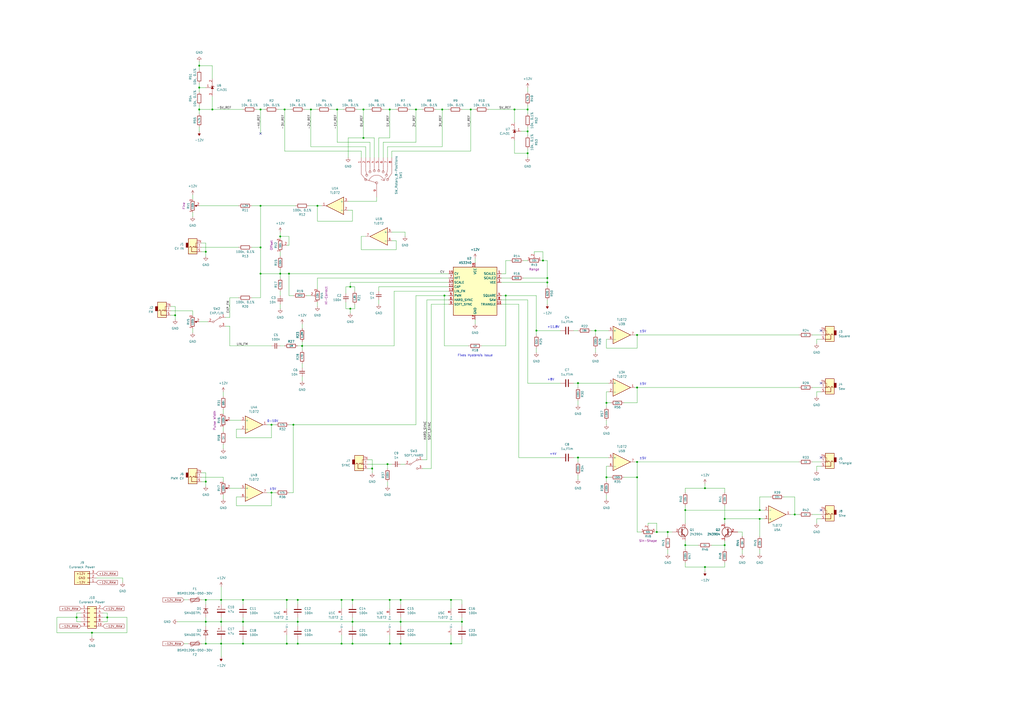
<source format=kicad_sch>
(kicad_sch (version 20250114) (generator "eeschema") (generator_version "9.0")
  (paper "A2")
  (text "±5V" (at 370.84 223.52 0) (effects (font (size 1.27 1.27)) (justify left bottom)))
  (text "Fixes Hystersis Issue" (at 265.43 207.01 0) (effects (font (size 1.27 1.27)) (justify left bottom)))
  (text "0-10V" (at 154.94 245.11 0) (effects (font (size 1.27 1.27)) (justify left bottom)))
  (text "+8V" (at 317.5 220.98 0) (effects (font (size 1.27 1.27)) (justify left bottom)))
  (text "±5V" (at 156.21 284.48 0) (effects (font (size 1.27 1.27)) (justify left bottom)))
  (text "±5V" (at 370.84 266.7 0) (effects (font (size 1.27 1.27)) (justify left bottom)))
  (text "+11.8V" (at 317.5 190.5 0) (effects (font (size 1.27 1.27)) (justify left bottom)))
  (text "+4V" (at 318.77 264.16 0) (effects (font (size 1.27 1.27)) (justify left bottom)))
  (text "±5V" (at 370.84 193.04 0) (effects (font (size 1.27 1.27)) (justify left bottom)))
  (junction (at 397.51 295.91))
  (junction (at 167.64 158.75))
  (junction (at 119.38 146.05))
  (junction (at 408.94 328.93))
  (junction (at 204.47 347.98))
  (junction (at 175.26 200.66))
  (junction (at 203.2 179.07))
  (junction (at 397.51 316.23))
  (junction (at 210.82 63.5))
  (junction (at 306.07 63.5))
  (junction (at 420.37 316.23))
  (junction (at 210.82 80.01))
  (junction (at 180.34 63.5))
  (junction (at 335.28 222.25))
  (junction (at 232.41 360.68))
  (junction (at 351.79 233.68))
  (junction (at 369.57 194.31))
  (junction (at 162.56 158.75))
  (junction (at 204.47 360.68))
  (junction (at 311.15 191.77))
  (junction (at 140.97 347.98))
  (junction (at 351.79 276.86))
  (junction (at 204.47 373.38))
  (junction (at 298.45 63.5))
  (junction (at 267.97 360.68))
  (junction (at 232.41 373.38))
  (junction (at 198.12 347.98))
  (junction (at 172.72 373.38))
  (junction (at 314.96 151.13))
  (junction (at 232.41 347.98))
  (junction (at 119.38 360.68))
  (junction (at 369.57 276.86))
  (junction (at 273.05 63.5))
  (junction (at 317.5 163.83))
  (junction (at 440.69 295.91))
  (junction (at 317.5 161.29))
  (junction (at 101.6 182.88))
  (junction (at 440.69 300.99))
  (junction (at 123.19 63.5))
  (junction (at 241.3 63.5))
  (junction (at 461.01 298.45))
  (junction (at 115.57 63.5))
  (junction (at 157.48 246.38))
  (junction (at 162.56 137.16))
  (junction (at 420.37 300.99))
  (junction (at 151.13 63.5))
  (junction (at 157.48 285.75))
  (junction (at 215.9 271.78))
  (junction (at 140.97 360.68))
  (junction (at 306.07 76.2))
  (junction (at 387.35 308.61))
  (junction (at 151.13 119.38))
  (junction (at 293.37 171.45))
  (junction (at 128.27 347.98))
  (junction (at 226.06 347.98))
  (junction (at 369.57 224.79))
  (junction (at 62.23 358.14))
  (junction (at 261.62 373.38))
  (junction (at 44.45 358.14))
  (junction (at 345.44 191.77))
  (junction (at 261.62 347.98))
  (junction (at 257.81 171.45))
  (junction (at 165.1 63.5))
  (junction (at 184.15 119.38))
  (junction (at 53.34 367.03))
  (junction (at 203.2 166.37))
  (junction (at 140.97 373.38))
  (junction (at 151.13 143.51))
  (junction (at 195.58 63.5))
  (junction (at 381 308.61))
  (junction (at 166.37 373.38))
  (junction (at 306.07 88.9))
  (junction (at 151.13 158.75))
  (junction (at 170.18 246.38))
  (junction (at 119.38 373.38))
  (junction (at 115.57 38.1))
  (junction (at 224.79 269.24))
  (junction (at 119.38 279.4))
  (junction (at 256.54 63.5))
  (junction (at 226.06 63.5))
  (junction (at 198.12 373.38))
  (junction (at 226.06 373.38))
  (junction (at 408.94 283.21))
  (junction (at 119.38 347.98))
  (junction (at 369.57 267.97))
  (junction (at 335.28 265.43))
  (junction (at 115.57 50.8))
  (junction (at 166.37 347.98))
  (junction (at 172.72 347.98))
  (junction (at 172.72 360.68))
  (junction (at 128.27 373.38))
  (junction (at 128.27 360.68))
  (no_connect (at 476.25 191.77))
  (no_connect (at 476.25 222.25))
  (no_connect (at 476.25 295.91))
  (no_connect (at 151.13 77.47))
  (no_connect (at 476.25 265.43))
  (wire (pts (xy 166.37 347.98) (xy 166.37 353.06)))
  (wire (pts (xy 203.2 179.07) (xy 200.66 179.07)))
  (wire (pts (xy 232.41 269.24) (xy 234.95 269.24)))
  (wire (pts (xy 381 308.61) (xy 379.73 308.61)))
  (wire (pts (xy 369.57 276.86) (xy 361.95 276.86)))
  (wire (pts (xy 123.19 63.5) (xy 140.97 63.5)))
  (wire (pts (xy 162.56 200.66) (xy 165.1 200.66)))
  (wire (pts (xy 234.95 134.62) (xy 227.33 134.62)))
  (wire (pts (xy 162.56 156.21) (xy 162.56 158.75)))
  (wire (pts (xy 157.48 285.75) (xy 160.02 285.75)))
  (wire (pts (xy 306.07 76.2) (xy 306.07 78.74)))
  (wire (pts (xy 139.7 288.29) (xy 137.16 288.29)))
  (wire (pts (xy 306.07 86.36) (xy 306.07 88.9)))
  (wire (pts (xy 293.37 200.66) (xy 293.37 171.45)))
  (wire (pts (xy 210.82 63.5) (xy 207.01 63.5)))
  (wire (pts (xy 205.74 168.91) (xy 205.74 166.37)))
  (wire (pts (xy 116.84 276.86) (xy 129.54 276.86)))
  (wire (pts (xy 137.16 293.37) (xy 157.48 293.37)))
  (wire (pts (xy 167.64 285.75) (xy 170.18 285.75)))
  (wire (pts (xy 129.54 237.49) (xy 129.54 240.03)))
  (wire (pts (xy 369.57 224.79) (xy 368.3 224.79)))
  (wire (pts (xy 203.2 179.07) (xy 203.2 181.61)))
  (wire (pts (xy 116.84 143.51) (xy 138.43 143.51)))
  (wire (pts (xy 471.17 267.97) (xy 476.25 267.97)))
  (wire (pts (xy 389.89 308.61) (xy 387.35 308.61)))
  (wire (pts (xy 226.06 347.98) (xy 226.06 353.06)))
  (wire (pts (xy 162.56 146.05) (xy 162.56 148.59)))
  (wire (pts (xy 128.27 347.98) (xy 128.27 350.52)))
  (wire (pts (xy 214.63 82.55) (xy 214.63 91.44)))
  (wire (pts (xy 234.95 137.16) (xy 234.95 134.62)))
  (wire (pts (xy 115.57 186.69) (xy 120.65 186.69)))
  (wire (pts (xy 430.53 311.15) (xy 430.53 308.61)))
  (wire (pts (xy 332.74 265.43) (xy 335.28 265.43)))
  (wire (pts (xy 172.72 350.52) (xy 172.72 347.98)))
  (wire (pts (xy 226.06 63.5) (xy 226.06 80.01)))
  (wire (pts (xy 116.84 146.05) (xy 119.38 146.05)))
  (wire (pts (xy 342.9 191.77) (xy 345.44 191.77)))
  (wire (pts (xy 369.57 224.79) (xy 463.55 224.79)))
  (wire (pts (xy 151.13 158.75) (xy 162.56 158.75)))
  (wire (pts (xy 204.47 373.38) (xy 198.12 373.38)))
  (wire (pts (xy 335.28 191.77) (xy 332.74 191.77)))
  (wire (pts (xy 412.75 316.23) (xy 420.37 316.23)))
  (wire (pts (xy 369.57 267.97) (xy 368.3 267.97)))
  (wire (pts (xy 172.72 360.68) (xy 172.72 363.22)))
  (wire (pts (xy 224.79 269.24) (xy 227.33 269.24)))
  (wire (pts (xy 298.45 71.12) (xy 298.45 63.5)))
  (wire (pts (xy 186.69 119.38) (xy 184.15 119.38)))
  (wire (pts (xy 232.41 370.84) (xy 232.41 373.38)))
  (wire (pts (xy 440.69 311.15) (xy 440.69 300.99)))
  (wire (pts (xy 224.79 85.09) (xy 256.54 85.09)))
  (wire (pts (xy 209.55 91.44) (xy 209.55 87.63)))
  (wire (pts (xy 267.97 347.98) (xy 261.62 347.98)))
  (wire (pts (xy 215.9 271.78) (xy 215.9 274.32)))
  (wire (pts (xy 219.71 80.01) (xy 219.71 91.44)))
  (wire (pts (xy 290.83 161.29) (xy 295.91 161.29)))
  (wire (pts (xy 351.79 270.51) (xy 351.79 276.86)))
  (wire (pts (xy 204.47 358.14) (xy 204.47 360.68)))
  (wire (pts (xy 115.57 119.38) (xy 138.43 119.38)))
  (wire (pts (xy 203.2 163.83) (xy 203.2 166.37)))
  (wire (pts (xy 162.56 134.62) (xy 162.56 137.16)))
  (wire (pts (xy 471.17 194.31) (xy 476.25 194.31)))
  (wire (pts (xy 473.71 227.33) (xy 476.25 227.33)))
  (wire (pts (xy 228.6 168.91) (xy 260.35 168.91)))
  (wire (pts (xy 222.25 91.44) (xy 222.25 82.55)))
  (wire (pts (xy 205.74 176.53) (xy 205.74 179.07)))
  (wire (pts (xy 172.72 373.38) (xy 198.12 373.38)))
  (wire (pts (xy 59.69 355.6) (xy 62.23 355.6)))
  (wire (pts (xy 115.57 50.8) (xy 119.38 50.8)))
  (wire (pts (xy 198.12 347.98) (xy 204.47 347.98)))
  (wire (pts (xy 317.5 151.13) (xy 317.5 161.29)))
  (wire (pts (xy 209.55 137.16) (xy 212.09 137.16)))
  (wire (pts (xy 219.71 173.99) (xy 219.71 176.53)))
  (wire (pts (xy 381 303.53) (xy 381 308.61)))
  (wire (pts (xy 204.47 121.92) (xy 201.93 121.92)))
  (wire (pts (xy 116.84 347.98) (xy 119.38 347.98)))
  (wire (pts (xy 261.62 373.38) (xy 232.41 373.38)))
  (wire (pts (xy 165.1 63.5) (xy 161.29 63.5)))
  (wire (pts (xy 260.35 173.99) (xy 247.65 173.99)))
  (wire (pts (xy 232.41 373.38) (xy 226.06 373.38)))
  (wire (pts (xy 261.62 368.3) (xy 261.62 373.38)))
  (wire (pts (xy 306.07 173.99) (xy 306.07 222.25)))
  (wire (pts (xy 214.63 63.5) (xy 210.82 63.5)))
  (wire (pts (xy 283.21 63.5) (xy 298.45 63.5)))
  (wire (pts (xy 213.36 271.78) (xy 215.9 271.78)))
  (wire (pts (xy 213.36 269.24) (xy 224.79 269.24)))
  (wire (pts (xy 293.37 158.75) (xy 290.83 158.75)))
  (wire (pts (xy 369.57 224.79) (xy 369.57 233.68)))
  (wire (pts (xy 229.87 144.78) (xy 209.55 144.78)))
  (wire (pts (xy 62.23 358.14) (xy 62.23 360.68)))
  (wire (pts (xy 195.58 63.5) (xy 191.77 63.5)))
  (wire (pts (xy 209.55 144.78) (xy 209.55 137.16)))
  (wire (pts (xy 471.17 224.79) (xy 476.25 224.79)))
  (wire (pts (xy 335.28 275.59) (xy 335.28 278.13)))
  (wire (pts (xy 420.37 293.37) (xy 420.37 300.99)))
  (wire (pts (xy 166.37 368.3) (xy 166.37 373.38)))
  (wire (pts (xy 345.44 191.77) (xy 353.06 191.77)))
  (wire (pts (xy 219.71 166.37) (xy 219.71 168.91)))
  (wire (pts (xy 215.9 266.7) (xy 213.36 266.7)))
  (wire (pts (xy 387.35 318.77) (xy 387.35 321.31)))
  (wire (pts (xy 184.15 161.29) (xy 184.15 167.64)))
  (wire (pts (xy 317.5 161.29) (xy 303.53 161.29)))
  (wire (pts (xy 345.44 201.93) (xy 345.44 204.47)))
  (wire (pts (xy 250.19 176.53) (xy 260.35 176.53)))
  (wire (pts (xy 420.37 285.75) (xy 420.37 283.21)))
  (wire (pts (xy 317.5 151.13) (xy 314.96 151.13)))
  (wire (pts (xy 154.94 246.38) (xy 157.48 246.38)))
  (wire (pts (xy 369.57 267.97) (xy 463.55 267.97)))
  (wire (pts (xy 256.54 63.5) (xy 256.54 85.09)))
  (wire (pts (xy 101.6 182.88) (xy 101.6 177.8)))
  (wire (pts (xy 166.37 373.38) (xy 140.97 373.38)))
  (wire (pts (xy 201.93 116.84) (xy 218.44 116.84)))
  (wire (pts (xy 335.28 222.25) (xy 353.06 222.25)))
  (wire (pts (xy 116.84 279.4) (xy 119.38 279.4)))
  (wire (pts (xy 227.33 87.63) (xy 273.05 87.63)))
  (wire (pts (xy 354.33 233.68) (xy 351.79 233.68)))
  (wire (pts (xy 420.37 283.21) (xy 408.94 283.21)))
  (wire (pts (xy 420.37 313.69) (xy 420.37 316.23)))
  (wire (pts (xy 232.41 360.68) (xy 267.97 360.68)))
  (wire (pts (xy 44.45 360.68) (xy 44.45 358.14)))
  (wire (pts (xy 71.12 337.82) (xy 71.12 335.28)))
  (wire (pts (xy 198.12 368.3) (xy 198.12 373.38)))
  (wire (pts (xy 177.8 171.45) (xy 180.34 171.45)))
  (wire (pts (xy 375.92 304.8) (xy 375.92 303.53)))
  (wire (pts (xy 311.15 191.77) (xy 325.12 191.77)))
  (wire (pts (xy 204.47 360.68) (xy 204.47 363.22)))
  (wire (pts (xy 260.35 163.83) (xy 203.2 163.83)))
  (wire (pts (xy 226.06 63.5) (xy 222.25 63.5)))
  (wire (pts (xy 148.59 63.5) (xy 151.13 63.5)))
  (wire (pts (xy 115.57 60.96) (xy 115.57 63.5)))
  (wire (pts (xy 184.15 119.38) (xy 184.15 128.27)))
  (wire (pts (xy 332.74 222.25) (xy 335.28 222.25)))
  (wire (pts (xy 298.45 81.28) (xy 298.45 88.9)))
  (wire (pts (xy 293.37 171.45) (xy 311.15 171.45)))
  (wire (pts (xy 204.47 347.98) (xy 204.47 350.52)))
  (wire (pts (xy 369.57 201.93) (xy 369.57 194.31)))
  (wire (pts (xy 290.83 173.99) (xy 306.07 173.99)))
  (wire (pts (xy 140.97 370.84) (xy 140.97 373.38)))
  (wire (pts (xy 293.37 151.13) (xy 293.37 158.75)))
  (wire (pts (xy 397.51 328.93) (xy 408.94 328.93)))
  (wire (pts (xy 275.59 185.42) (xy 275.59 187.96)))
  (wire (pts (xy 184.15 175.26) (xy 184.15 177.8)))
  (wire (pts (xy 226.06 347.98) (xy 232.41 347.98)))
  (wire (pts (xy 128.27 360.68) (xy 128.27 358.14)))
  (wire (pts (xy 172.72 347.98) (xy 198.12 347.98)))
  (wire (pts (xy 115.57 50.8) (xy 115.57 53.34)))
  (wire (pts (xy 317.5 163.83) (xy 290.83 163.83)))
  (wire (pts (xy 210.82 80.01) (xy 217.17 80.01)))
  (wire (pts (xy 175.26 200.66) (xy 228.6 200.66)))
  (wire (pts (xy 99.06 182.88) (xy 101.6 182.88)))
  (wire (pts (xy 317.5 163.83) (xy 317.5 166.37)))
  (wire (pts (xy 175.26 210.82) (xy 175.26 213.36)))
  (wire (pts (xy 447.04 288.29) (xy 440.69 288.29)))
  (wire (pts (xy 123.19 55.88) (xy 123.19 63.5)))
  (wire (pts (xy 46.99 355.6) (xy 44.45 355.6)))
  (wire (pts (xy 119.38 140.97) (xy 119.38 146.05)))
  (wire (pts (xy 170.18 246.38) (xy 170.18 285.75)))
  (wire (pts (xy 137.16 288.29) (xy 137.16 293.37)))
  (wire (pts (xy 454.66 288.29) (xy 461.01 288.29)))
  (wire (pts (xy 167.64 158.75) (xy 260.35 158.75)))
  (wire (pts (xy 440.69 300.99) (xy 443.23 300.99)))
  (wire (pts (xy 199.39 63.5) (xy 195.58 63.5)))
  (wire (pts (xy 119.38 279.4) (xy 119.38 274.32)))
  (wire (pts (xy 128.27 360.68) (xy 140.97 360.68)))
  (wire (pts (xy 226.06 373.38) (xy 204.47 373.38)))
  (wire (pts (xy 273.05 63.5) (xy 273.05 87.63)))
  (wire (pts (xy 123.19 45.72) (xy 123.19 38.1)))
  (wire (pts (xy 461.01 298.45) (xy 458.47 298.45)))
  (wire (pts (xy 119.38 360.68) (xy 119.38 363.22)))
  (wire (pts (xy 205.74 179.07) (xy 203.2 179.07)))
  (wire (pts (xy 430.53 318.77) (xy 430.53 321.31)))
  (wire (pts (xy 130.81 189.23) (xy 133.35 189.23)))
  (wire (pts (xy 205.74 166.37) (xy 203.2 166.37)))
  (wire (pts (xy 33.02 367.03) (xy 33.02 358.14)))
  (wire (pts (xy 408.94 280.67) (xy 408.94 283.21)))
  (wire (pts (xy 218.44 114.3) (xy 218.44 116.84)))
  (wire (pts (xy 275.59 149.86) (xy 275.59 152.4)))
  (wire (pts (xy 351.79 227.33) (xy 351.79 233.68)))
  (wire (pts (xy 115.57 73.66) (xy 115.57 76.2)))
  (wire (pts (xy 317.5 173.99) (xy 317.5 176.53)))
  (wire (pts (xy 314.96 146.05) (xy 314.96 151.13)))
  (wire (pts (xy 201.93 91.44) (xy 201.93 80.01)))
  (wire (pts (xy 369.57 233.68) (xy 361.95 233.68)))
  (wire (pts (xy 309.88 146.05) (xy 309.88 147.32)))
  (wire (pts (xy 311.15 171.45) (xy 311.15 191.77)))
  (wire (pts (xy 471.17 298.45) (xy 476.25 298.45)))
  (wire (pts (xy 119.38 279.4) (xy 119.38 281.94)))
  (wire (pts (xy 228.6 200.66) (xy 228.6 168.91)))
  (wire (pts (xy 111.76 182.88) (xy 111.76 180.34)))
  (wire (pts (xy 128.27 373.38) (xy 140.97 373.38)))
  (wire (pts (xy 353.06 196.85) (xy 351.79 196.85)))
  (wire (pts (xy 273.05 63.5) (xy 267.97 63.5)))
  (wire (pts (xy 167.64 142.24) (xy 166.37 142.24)))
  (wire (pts (xy 306.07 222.25) (xy 325.12 222.25)))
  (wire (pts (xy 260.35 161.29) (xy 184.15 161.29)))
  (wire (pts (xy 397.51 316.23) (xy 397.51 318.77)))
  (wire (pts (xy 440.69 295.91) (xy 397.51 295.91)))
  (wire (pts (xy 162.56 158.75) (xy 162.56 161.29)))
  (wire (pts (xy 241.3 246.38) (xy 241.3 171.45)))
  (wire (pts (xy 204.47 370.84) (xy 204.47 373.38)))
  (wire (pts (xy 111.76 113.03) (xy 111.76 115.57)))
  (wire (pts (xy 408.94 283.21) (xy 397.51 283.21)))
  (wire (pts (xy 351.79 287.02) (xy 351.79 289.56)))
  (wire (pts (xy 353.06 227.33) (xy 351.79 227.33)))
  (wire (pts (xy 146.05 172.72) (xy 151.13 172.72)))
  (wire (pts (xy 267.97 350.52) (xy 267.97 347.98)))
  (wire (pts (xy 306.07 73.66) (xy 306.07 76.2)))
  (wire (pts (xy 180.34 63.5) (xy 184.15 63.5)))
  (wire (pts (xy 372.11 308.61) (xy 369.57 308.61)))
  (wire (pts (xy 59.69 360.68) (xy 62.23 360.68)))
  (wire (pts (xy 369.57 267.97) (xy 369.57 276.86)))
  (wire (pts (xy 229.87 139.7) (xy 229.87 144.78)))
  (wire (pts (xy 247.65 266.7) (xy 245.11 266.7)))
  (wire (pts (xy 140.97 360.68) (xy 172.72 360.68)))
  (wire (pts (xy 473.71 199.39) (xy 473.71 196.85)))
  (wire (pts (xy 306.07 88.9) (xy 298.45 88.9)))
  (wire (pts (xy 212.09 91.44) (xy 212.09 85.09)))
  (wire (pts (xy 345.44 194.31) (xy 345.44 191.77)))
  (wire (pts (xy 133.35 243.84) (xy 139.7 243.84)))
  (wire (pts (xy 157.48 285.75) (xy 154.94 285.75)))
  (wire (pts (xy 128.27 373.38) (xy 128.27 381)))
  (wire (pts (xy 267.97 370.84) (xy 267.97 373.38)))
  (wire (pts (xy 146.05 119.38) (xy 151.13 119.38)))
  (wire (pts (xy 53.34 367.03) (xy 53.34 369.57)))
  (wire (pts (xy 215.9 271.78) (xy 215.9 266.7)))
  (wire (pts (xy 420.37 328.93) (xy 420.37 326.39)))
  (wire (pts (xy 175.26 187.96) (xy 175.26 190.5)))
  (wire (pts (xy 260.35 63.5) (xy 256.54 63.5)))
  (wire (pts (xy 440.69 288.29) (xy 440.69 295.91)))
  (wire (pts (xy 115.57 48.26) (xy 115.57 50.8)))
  (wire (pts (xy 300.99 265.43) (xy 300.99 176.53)))
  (wire (pts (xy 420.37 316.23) (xy 420.37 318.77)))
  (wire (pts (xy 210.82 63.5) (xy 210.82 80.01)))
  (wire (pts (xy 245.11 63.5) (xy 241.3 63.5)))
  (wire (pts (xy 226.06 80.01) (xy 219.71 80.01)))
  (wire (pts (xy 212.09 85.09) (xy 180.34 85.09)))
  (wire (pts (xy 250.19 271.78) (xy 250.19 176.53)))
  (wire (pts (xy 267.97 360.68) (xy 267.97 363.22)))
  (wire (pts (xy 167.64 246.38) (xy 170.18 246.38)))
  (wire (pts (xy 62.23 355.6) (xy 62.23 358.14)))
  (wire (pts (xy 351.79 276.86) (xy 351.79 279.4)))
  (wire (pts (xy 335.28 222.25) (xy 335.28 224.79)))
  (wire (pts (xy 73.66 367.03) (xy 53.34 367.03)))
  (wire (pts (xy 201.93 80.01) (xy 210.82 80.01)))
  (wire (pts (xy 129.54 279.4) (xy 129.54 276.86)))
  (wire (pts (xy 204.47 347.98) (xy 226.06 347.98)))
  (wire (pts (xy 353.06 270.51) (xy 351.79 270.51)))
  (wire (pts (xy 387.35 308.61) (xy 387.35 311.15)))
  (wire (pts (xy 133.35 200.66) (xy 157.48 200.66)))
  (wire (pts (xy 167.64 137.16) (xy 162.56 137.16)))
  (wire (pts (xy 224.79 279.4) (xy 224.79 281.94)))
  (wire (pts (xy 473.71 273.05) (xy 473.71 270.51)))
  (wire (pts (xy 224.79 269.24) (xy 224.79 271.78)))
  (wire (pts (xy 354.33 276.86) (xy 351.79 276.86)))
  (wire (pts (xy 133.35 189.23) (xy 133.35 200.66)))
  (wire (pts (xy 172.72 360.68) (xy 204.47 360.68)))
  (wire (pts (xy 232.41 358.14) (xy 232.41 360.68)))
  (wire (pts (xy 209.55 87.63) (xy 165.1 87.63)))
  (wire (pts (xy 167.64 142.24) (xy 167.64 137.16)))
  (wire (pts (xy 311.15 201.93) (xy 311.15 204.47)))
  (wire (pts (xy 170.18 171.45) (xy 167.64 171.45)))
  (wire (pts (xy 473.71 303.53) (xy 473.71 300.99)))
  (wire (pts (xy 157.48 246.38) (xy 160.02 246.38)))
  (wire (pts (xy 102.87 360.68) (xy 119.38 360.68)))
  (wire (pts (xy 375.92 303.53) (xy 381 303.53)))
  (wire (pts (xy 300.99 176.53) (xy 290.83 176.53)))
  (wire (pts (xy 129.54 247.65) (xy 129.54 250.19)))
  (wire (pts (xy 151.13 63.5) (xy 151.13 77.47)))
  (wire (pts (xy 119.38 370.84) (xy 119.38 373.38)))
  (wire (pts (xy 306.07 151.13) (xy 303.53 151.13)))
  (wire (pts (xy 473.71 300.99) (xy 476.25 300.99)))
  (wire (pts (xy 180.34 63.5) (xy 180.34 85.09)))
  (wire (pts (xy 430.53 308.61) (xy 427.99 308.61)))
  (wire (pts (xy 44.45 355.6) (xy 44.45 358.14)))
  (wire (pts (xy 115.57 63.5) (xy 115.57 66.04)))
  (wire (pts (xy 172.72 370.84) (xy 172.72 373.38)))
  (wire (pts (xy 232.41 360.68) (xy 232.41 363.22)))
  (wire (pts (xy 119.38 347.98) (xy 128.27 347.98)))
  (wire (pts (xy 99.06 180.34) (xy 111.76 180.34)))
  (wire (pts (xy 130.81 184.15) (xy 133.35 184.15)))
  (wire (pts (xy 129.54 257.81) (xy 129.54 260.35)))
  (wire (pts (xy 33.02 358.14) (xy 44.45 358.14)))
  (wire (pts (xy 128.27 373.38) (xy 128.27 370.84)))
  (wire (pts (xy 151.13 172.72) (xy 151.13 158.75)))
  (wire (pts (xy 260.35 166.37) (xy 219.71 166.37)))
  (wire (pts (xy 306.07 63.5) (xy 306.07 66.04)))
  (wire (pts (xy 175.26 198.12) (xy 175.26 200.66)))
  (wire (pts (xy 241.3 63.5) (xy 237.49 63.5)))
  (wire (pts (xy 226.06 368.3) (xy 226.06 373.38)))
  (wire (pts (xy 227.33 91.44) (xy 227.33 87.63)))
  (wire (pts (xy 335.28 265.43) (xy 353.06 265.43)))
  (wire (pts (xy 257.81 171.45) (xy 260.35 171.45)))
  (wire (pts (xy 129.54 287.02) (xy 129.54 289.56)))
  (wire (pts (xy 151.13 158.75) (xy 151.13 143.51)))
  (wire (pts (xy 247.65 173.99) (xy 247.65 266.7)))
  (wire (pts (xy 279.4 200.66) (xy 293.37 200.66)))
  (wire (pts (xy 73.66 358.14) (xy 73.66 367.03)))
  (wire (pts (xy 317.5 161.29) (xy 317.5 163.83)))
  (wire (pts (xy 473.71 196.85) (xy 476.25 196.85)))
  (wire (pts (xy 217.17 80.01) (xy 217.17 91.44)))
  (wire (pts (xy 222.25 82.55) (xy 241.3 82.55)))
  (wire (pts (xy 232.41 350.52) (xy 232.41 347.98)))
  (wire (pts (xy 157.48 293.37) (xy 157.48 285.75)))
  (wire (pts (xy 195.58 82.55) (xy 214.63 82.55)))
  (wire (pts (xy 162.56 137.16) (xy 162.56 138.43)))
  (wire (pts (xy 116.84 373.38) (xy 119.38 373.38)))
  (wire (pts (xy 140.97 350.52) (xy 140.97 347.98)))
  (wire (pts (xy 170.18 246.38) (xy 241.3 246.38)))
  (wire (pts (xy 440.69 300.99) (xy 420.37 300.99)))
  (wire (pts (xy 300.99 265.43) (xy 325.12 265.43)))
  (wire (pts (xy 165.1 63.5) (xy 165.1 87.63)))
  (wire (pts (xy 298.45 63.5) (xy 306.07 63.5)))
  (wire (pts (xy 311.15 191.77) (xy 311.15 194.31)))
  (wire (pts (xy 306.07 88.9) (xy 306.07 91.44)))
  (wire (pts (xy 267.97 373.38) (xy 261.62 373.38)))
  (wire (pts (xy 290.83 171.45) (xy 293.37 171.45)))
  (wire (pts (xy 133.35 283.21) (xy 139.7 283.21)))
  (wire (pts (xy 111.76 190.5) (xy 111.76 193.04)))
  (wire (pts (xy 46.99 360.68) (xy 44.45 360.68)))
  (wire (pts (xy 408.94 328.93) (xy 408.94 331.47)))
  (wire (pts (xy 309.88 146.05) (xy 314.96 146.05)))
  (wire (pts (xy 351.79 243.84) (xy 351.79 246.38)))
  (wire (pts (xy 443.23 295.91) (xy 440.69 295.91)))
  (wire (pts (xy 369.57 194.31) (xy 463.55 194.31)))
  (wire (pts (xy 133.35 172.72) (xy 138.43 172.72)))
  (wire (pts (xy 162.56 176.53) (xy 162.56 179.07)))
  (wire (pts (xy 408.94 328.93) (xy 420.37 328.93)))
  (wire (pts (xy 314.96 151.13) (xy 313.69 151.13)))
  (wire (pts (xy 139.7 248.92) (xy 137.16 248.92)))
  (wire (pts (xy 162.56 168.91) (xy 162.56 171.45)))
  (wire (pts (xy 119.38 146.05) (xy 119.38 148.59)))
  (wire (pts (xy 119.38 360.68) (xy 128.27 360.68)))
  (wire (pts (xy 335.28 232.41) (xy 335.28 234.95)))
  (wire (pts (xy 440.69 318.77) (xy 440.69 321.31)))
  (wire (pts (xy 232.41 347.98) (xy 261.62 347.98)))
  (wire (pts (xy 151.13 119.38) (xy 151.13 143.51)))
  (wire (pts (xy 128.27 360.68) (xy 128.27 363.22)))
  (wire (pts (xy 351.79 233.68) (xy 351.79 236.22)))
  (wire (pts (xy 461.01 288.29) (xy 461.01 298.45)))
  (wire (pts (xy 116.84 140.97) (xy 119.38 140.97)))
  (wire (pts (xy 168.91 63.5) (xy 165.1 63.5)))
  (wire (pts (xy 106.68 373.38) (xy 109.22 373.38)))
  (wire (pts (xy 351.79 196.85) (xy 351.79 201.93)))
  (wire (pts (xy 461.01 298.45) (xy 463.55 298.45)))
  (wire (pts (xy 44.45 358.14) (xy 46.99 358.14)))
  (wire (pts (xy 261.62 353.06) (xy 261.62 347.98)))
  (wire (pts (xy 295.91 151.13) (xy 293.37 151.13)))
  (wire (pts (xy 140.97 358.14) (xy 140.97 360.68)))
  (wire (pts (xy 204.47 360.68) (xy 232.41 360.68)))
  (wire (pts (xy 106.68 347.98) (xy 109.22 347.98)))
  (wire (pts (xy 115.57 35.56) (xy 115.57 38.1)))
  (wire (pts (xy 241.3 63.5) (xy 241.3 82.55)))
  (wire (pts (xy 140.97 347.98) (xy 166.37 347.98)))
  (wire (pts (xy 397.51 295.91) (xy 397.51 303.53)))
  (wire (pts (xy 473.71 270.51) (xy 476.25 270.51)))
  (wire (pts (xy 175.26 200.66) (xy 175.26 203.2)))
  (wire (pts (xy 198.12 347.98) (xy 198.12 353.06)))
  (wire (pts (xy 179.07 119.38) (xy 184.15 119.38)))
  (wire (pts (xy 241.3 171.45) (xy 257.81 171.45)))
  (wire (pts (xy 151.13 63.5) (xy 153.67 63.5)))
  (wire (pts (xy 101.6 182.88) (xy 101.6 185.42)))
  (wire (pts (xy 137.16 248.92) (xy 137.16 254)))
  (wire (pts (xy 115.57 63.5) (xy 123.19 63.5)))
  (wire (pts (xy 53.34 367.03) (xy 33.02 367.03)))
  (wire (pts (xy 167.64 158.75) (xy 162.56 158.75)))
  (wire (pts (xy 227.33 139.7) (xy 229.87 139.7)))
  (wire (pts (xy 119.38 347.98) (xy 119.38 350.52)))
  (wire (pts (xy 306.07 76.2) (xy 302.26 76.2)))
  (wire (pts (xy 397.51 316.23) (xy 405.13 316.23)))
  (wire (pts (xy 176.53 63.5) (xy 180.34 63.5)))
  (wire (pts (xy 224.79 91.44) (xy 224.79 85.09)))
  (wire (pts (xy 101.6 177.8) (xy 99.06 177.8)))
  (wire (pts (xy 257.81 200.66) (xy 257.81 171.45)))
  (wire (pts (xy 256.54 63.5) (xy 252.73 63.5)))
  (wire (pts (xy 397.51 293.37) (xy 397.51 295.91)))
  (wire (pts (xy 275.59 63.5) (xy 273.05 63.5)))
  (wire (pts (xy 167.64 158.75) (xy 167.64 171.45)))
  (wire (pts (xy 306.07 50.8) (xy 306.07 53.34)))
  (wire (pts (xy 204.47 128.27) (xy 204.47 121.92)))
  (wire (pts (xy 151.13 119.38) (xy 171.45 119.38)))
  (wire (pts (xy 166.37 373.38) (xy 172.72 373.38)))
  (wire (pts (xy 157.48 246.38) (xy 157.48 254)))
  (wire (pts (xy 62.23 358.14) (xy 73.66 358.14)))
  (wire (pts (xy 59.69 358.14) (xy 62.23 358.14)))
  (wire (pts (xy 200.66 179.07) (xy 200.66 175.26)))
  (wire (pts (xy 151.13 143.51) (xy 146.05 143.51)))
  (wire (pts (xy 129.54 227.33) (xy 129.54 229.87)))
  (wire (pts (xy 335.28 265.43) (xy 335.28 267.97)))
  (wire (pts (xy 397.51 283.21) (xy 397.51 285.75)))
  (wire (pts (xy 397.51 313.69) (xy 397.51 316.23)))
  (wire (pts (xy 271.78 200.66) (xy 257.81 200.66)))
  (wire (pts (xy 128.27 347.98) (xy 140.97 347.98)))
  (wire (pts (xy 381 308.61) (xy 387.35 308.61)))
  (wire (pts (xy 195.58 63.5) (xy 195.58 82.55)))
  (wire (pts (xy 473.71 229.87) (xy 473.71 227.33)))
  (wire (pts (xy 128.27 340.36) (xy 128.27 347.98)))
  (wire (pts (xy 203.2 166.37) (xy 200.66 166.37)))
  (wire (pts (xy 119.38 274.32) (xy 116.84 274.32)))
  (wire (pts (xy 200.66 166.37) (xy 200.66 170.18)))
  (wire (pts (xy 245.11 271.78) (xy 250.19 271.78)))
  (wire (pts (xy 111.76 123.19) (xy 111.76 125.73)))
  (wire (pts (xy 119.38 358.14) (xy 119.38 360.68)))
  (wire (pts (xy 175.26 218.44) (xy 175.26 220.98)))
  (wire (pts (xy 123.19 38.1) (xy 115.57 38.1)))
  (wire (pts (xy 306.07 60.96) (xy 306.07 63.5)))
  (wire (pts (xy 133.35 172.72) (xy 133.35 184.15)))
  (wire (pts (xy 184.15 128.27) (xy 204.47 128.27)))
  (wire (pts (xy 369.57 194.31) (xy 368.3 194.31)))
  (wire (pts (xy 137.16 254) (xy 157.48 254)))
  (wire (pts (xy 420.37 300.99) (xy 420.37 303.53)))
  (wire (pts (xy 166.37 347.98) (xy 172.72 347.98)))
  (wire (pts (xy 229.87 63.5) (xy 226.06 63.5)))
  (wire (pts (xy 267.97 358.14) (xy 267.97 360.68)))
  (wire (pts (xy 172.72 358.14) (xy 172.72 360.68)))
  (wire (pts (xy 115.57 38.1) (xy 115.57 40.64)))
  (wire (pts (xy 351.79 201.93) (xy 369.57 201.93)))
  (wire (pts (xy 140.97 360.68) (xy 140.97 363.22)))
  (wire (pts (xy 172.72 200.66) (xy 175.26 200.66)))
  (wire (pts (xy 119.38 373.38) (xy 128.27 373.38)))
  (wire (pts (xy 71.12 335.28) (xy 55.88 335.28)))
  (wire (pts (xy 369.57 276.86) (xy 369.57 308.61)))
  (wire (pts (xy 397.51 326.39) (xy 397.51 328.93)))
  (label "2V_REF" (at 241.3 73.66 90))
  (label "4V_REF" (at 273.05 73.66 90))
  (label "-5V_REF" (at 125.73 63.5 0))
  (label "5V_REF" (at 289.56 63.5 0))
  (label "-2V_REF" (at 180.34 74.93 90))
  (label "-3V_REF" (at 165.1 74.93 90))
  (label "3V_REF" (at 256.54 73.66 90))
  (label "EXP_FM" (at 133.35 181.61 90))
  (label "1V_REF" (at 226.06 73.66 90))
  (label "LIN_FM" (at 137.16 200.66 0))
  (label "-1V_REF" (at 195.58 74.93 90))
  (label "0V_REF" (at 210.82 73.66 90))
  (label "-4V_REF" (at 151.13 74.93 90))
  (label "CV" (at 257.81 158.75 180))
  (label "HARD_SYNC" (at 247.65 255.27 90))
  (label "SOFT_SYNC" (at 250.19 255.27 90))
  (global_label "-12V_RAW" (shape input) (at 55.88 337.82 0) (property "Intersheetrefs" "${INTERSHEET_REFS}" (effects (hide yes))))
  (global_label "+12V_RAW" (shape input) (at 46.99 353.06 180) (property "Intersheetrefs" "${INTERSHEET_REFS}" (effects (hide yes))))
  (global_label "-12V_RAW" (shape input) (at 46.99 363.22 180) (property "Intersheetrefs" "${INTERSHEET_REFS}" (effects (hide yes))))
  (global_label "+12V_RAW" (shape input) (at 106.68 347.98 180) (property "Intersheetrefs" "${INTERSHEET_REFS}" (effects (hide yes))))
  (global_label "+12V_RAW" (shape input) (at 59.69 353.06 0) (property "Intersheetrefs" "${INTERSHEET_REFS}" (effects (hide yes))))
  (global_label "-12V_RAW" (shape input) (at 106.68 373.38 180) (property "Intersheetrefs" "${INTERSHEET_REFS}" (effects (hide yes))))
  (global_label "+12V_RAW" (shape input) (at 55.88 332.74 0) (property "Intersheetrefs" "${INTERSHEET_REFS}" (effects (hide yes))))
  (global_label "-12V_RAW" (shape input) (at 59.69 363.22 0) (property "Intersheetrefs" "${INTERSHEET_REFS}" (effects (hide yes))))
  (symbol (lib_id "power:GND") (at 119.38 148.59 0) (mirror y) (unit 1)
    (property "Reference" "#PWR07" (effects (hide yes)))
    (property "Value" "GND" (at 119.38 153.67 0))
  )
  (symbol (lib_id "Connector:AudioJack2_SwitchT") (at 481.33 224.79 180) (unit 1)
    (property "Reference" "J4" (at 486.41 222.8849 0) (effects (justify right)))
    (property "Value" "Saw" (at 486.41 225.4249 0) (effects (justify right)))
    (property "Footprint" "TimsLib:Jack_3.5mm_PJ398SM_Vertical" (effects (hide yes)))
  )
  (symbol (lib_id "Switch:SW_SPDT") (at 240.03 269.24 0) (unit 1)
    (property "Reference" "SW3" (at 240.03 261.62 0))
    (property "Value" "SOFT/HARD" (at 240.03 264.16 0))
    (property "Footprint" "TimsLib:Switch_SPDT_Micro-Toggle" (effects (hide yes)))
  )
  (symbol (lib_id "power:-12V") (at 317.5 176.53 180) (unit 1)
    (property "Reference" "#PWR0108" (effects (hide yes)))
    (property "Value" "-12V" (at 317.5 181.61 0))
  )
  (symbol (lib_id "power:-12V") (at 408.94 331.47 180) (unit 1)
    (property "Reference" "#PWR039" (effects (hide yes)))
    (property "Value" "-12V" (at 408.94 336.55 0))
  )
  (symbol (lib_id "power:GND") (at 275.59 187.96 0) (mirror y) (unit 1)
    (property "Reference" "#PWR016" (effects (hide yes)))
    (property "Value" "GND" (at 275.59 193.04 0))
  )
  (symbol (lib_id "Device:R") (at 157.48 63.5 270) (mirror x) (unit 1)
    (property "Reference" "R2" (at 157.48 58.42 90))
    (property "Value" "10k, 0.1%" (at 157.48 60.96 90))
    (property "Footprint" "Resistor_SMD:R_0603_1608Metric" (effects (hide yes)))
    (property "LCSC" "C309083" (effects (hide yes)))
  )
  (symbol (lib_id "power:GND") (at 201.93 91.44 0) (unit 1)
    (property "Reference" "#PWR02" (effects (hide yes)))
    (property "Value" "GND" (at 201.93 96.52 0))
  )
  (symbol (lib_id "Device:R") (at 248.92 63.5 270) (mirror x) (unit 1)
    (property "Reference" "R8" (at 248.92 58.42 90))
    (property "Value" "10k, 0.1%" (at 248.92 60.96 90))
    (property "Footprint" "Resistor_SMD:R_0603_1608Metric" (effects (hide yes)))
    (property "LCSC" "C309083" (effects (hide yes)))
  )
  (symbol (lib_id "Device:C") (at 232.41 354.33 0) (unit 1)
    (property "Reference" "C15" (at 236.22 353.0599 0) (effects (justify left)))
    (property "Value" "100n" (at 236.22 355.5999 0) (effects (justify left)))
    (property "Footprint" "Capacitor_SMD:C_0603_1608Metric" (effects (hide yes)))
    (property "LCSC" "C14663" (effects (hide yes)))
  )
  (symbol (lib_id "power:+12V") (at 128.27 340.36 0) (unit 1)
    (property "Reference" "#PWR035" (effects (hide yes)))
    (property "Value" "+12V" (at 128.27 335.28 0))
  )
  (symbol (lib_id "TimsLib:SW_Rotary_8-Positions") (at 218.44 101.6 90) (unit 1)
    (property "Reference" "SW1" (at 232.41 101.6 0))
    (property "Value" "SW_Rotary_8-Positions" (at 229.87 101.6 0))
    (property "Footprint" "TimsLib:Switch_1P8T_Rotary" (effects (hide yes)))
    (property "Part" "https://www.musikding.de/Drehschalter-1-Pole-8-Stellungen-print" (effects (hide yes)))
  )
  (symbol (lib_id "Connector:AudioJack2_SwitchT") (at 111.76 143.51 0) (mirror x) (unit 1)
    (property "Reference" "J1" (at 106.68 141.6049 0) (effects (justify right)))
    (property "Value" "CV IN" (at 106.68 144.1449 0) (effects (justify right)))
    (property "Footprint" "TimsLib:Jack_3.5mm_PJ398SM_Vertical" (effects (hide yes)))
  )
  (symbol (lib_id "Device:R") (at 115.57 44.45 0) (mirror y) (unit 1)
    (property "Reference" "R51" (at 110.49 44.45 90))
    (property "Value" "10k, 0.1%" (at 113.03 44.45 90))
    (property "Footprint" "Resistor_SMD:R_0603_1608Metric" (effects (hide yes)))
    (property "LCSC" "C309083" (effects (hide yes)))
  )
  (symbol (lib_id "power:+12V") (at 306.07 50.8 0) (mirror y) (unit 1)
    (property "Reference" "#PWR0102" (effects (hide yes)))
    (property "Value" "+12V" (at 306.07 45.72 0))
  )
  (symbol (lib_id "Device:R") (at 306.07 69.85 0) (unit 1)
    (property "Reference" "R52" (at 311.15 69.85 90))
    (property "Value" "10k, 0.1%" (at 308.61 69.85 90))
    (property "Footprint" "Resistor_SMD:R_0603_1608Metric" (effects (hide yes)))
    (property "LCSC" "C309083" (effects (hide yes)))
  )
  (symbol (lib_id "Device:C") (at 328.93 222.25 90) (unit 1)
    (property "Reference" "C7" (at 328.93 214.63 90))
    (property "Value" "1u,Film" (at 328.93 217.17 90))
    (property "Footprint" "Capacitor_THT:C_Rect_L7.2mm_W5.5mm_P5.00mm_FKS2_FKP2_MKS2_MKP2" (effects (hide yes)))
    (property "Reichelt" "MMK 1,0U 63" (effects (hide yes)))
  )
  (symbol (lib_id "Connector:AudioJack2_SwitchT") (at 481.33 267.97 180) (unit 1)
    (property "Reference" "J5" (at 486.41 266.0649 0) (effects (justify right)))
    (property "Value" "Triangle" (at 486.41 268.6049 0) (effects (justify right)))
    (property "Footprint" "TimsLib:Jack_3.5mm_PJ398SM_Vertical" (effects (hide yes)))
  )
  (symbol (lib_id "Device:R") (at 115.57 69.85 180) (unit 1)
    (property "Reference" "R55" (at 113.03 69.85 90))
    (property "Value" "4.7k" (at 115.57 69.85 90) (effects (font (size 1 1))))
    (property "Footprint" "Resistor_SMD:R_0603_1608Metric" (effects (hide yes)))
    (property "LCSC" "C23162" (effects (hide yes)))
  )
  (symbol (lib_id "power:GND") (at 111.76 193.04 0) (mirror y) (unit 1)
    (property "Reference" "#PWR017" (effects (hide yes)))
    (property "Value" "GND" (at 111.76 198.12 0))
  )
  (symbol (lib_id "Device:C") (at 267.97 367.03 0) (unit 1)
    (property "Reference" "C23" (at 271.78 365.7599 0) (effects (justify left)))
    (property "Value" "100n" (at 271.78 368.2999 0) (effects (justify left)))
    (property "Footprint" "Capacitor_SMD:C_0603_1608Metric" (effects (hide yes)))
    (property "LCSC" "C14663" (effects (hide yes)))
  )
  (symbol (lib_id "Amplifier_Operational:TL072") (at 147.32 285.75 0) (unit 2)
    (property "Reference" "U4" (at 147.32 275.59 0))
    (property "Value" "TL072" (at 147.32 278.13 0))
    (property "Footprint" "Package_SO:SOIC-8_3.9x4.9mm_P1.27mm" (effects (hide yes)))
    (property "Datasheet" "http://www.ti.com/lit/ds/symlink/tl071.pdf" (effects (hide yes)))
    (property "LCSC" "C6961" (effects (hide yes)))
  )
  (symbol (lib_id "power:GND") (at 311.15 204.47 0) (mirror y) (unit 1)
    (property "Reference" "#PWR019" (effects (hide yes)))
    (property "Value" "GND" (at 311.15 209.55 0))
  )
  (symbol (lib_id "TimsLib:Eurorack-Power_JSH-XH") (at 50.8 335.28 0) (unit 1)
    (property "Reference" "J9" (at 47.625 326.39 0))
    (property "Value" "Eurorack Power" (at 47.625 328.93 0))
    (property "Footprint" "Connector_JST:JST_XH_B3B-XH-A_1x03_P2.50mm_Vertical" (effects (hide yes)))
  )
  (symbol (lib_id "Device:R") (at 397.51 289.56 0) (mirror y) (unit 1)
    (property "Reference" "R40" (at 394.97 289.56 90))
    (property "Value" "10k" (at 397.51 289.56 90) (effects (font (size 1 1))))
    (property "Footprint" "Resistor_SMD:R_0603_1608Metric" (effects (hide yes)))
    (property "LCSC" "C25804" (effects (hide yes)))
  )
  (symbol (lib_id "power:GND") (at 129.54 289.56 0) (mirror y) (unit 1)
    (property "Reference" "#PWR031" (effects (hide yes)))
    (property "Value" "GND" (at 129.54 294.64 0))
  )
  (symbol (lib_id "power:GND") (at 351.79 289.56 0) (mirror y) (unit 1)
    (property "Reference" "#PWR033" (effects (hide yes)))
    (property "Value" "GND" (at 351.79 294.64 0))
  )
  (symbol (lib_id "power:GND") (at 162.56 179.07 0) (mirror y) (unit 1)
    (property "Reference" "#PWR012" (effects (hide yes)))
    (property "Value" "GND" (at 162.56 184.15 0))
  )
  (symbol (lib_id "Device:R_Potentiometer_Trim") (at 375.92 308.61 90) (unit 1)
    (property "Reference" "RV8" (at 375.92 311.15 90))
    (property "Value" "50k" (at 375.92 308.61 90) (effects (font (size 1 1))))
    (property "Footprint" "Potentiometer_THT:Potentiometer_Bourns_3296Y_Vertical" (effects (hide yes)))
    (property "Label" "Sin-Shape" (at 375.92 313.69 90))
  )
  (symbol (lib_id "Device:R") (at 142.24 172.72 90) (mirror x) (unit 1)
    (property "Reference" "R20" (at 142.24 177.8 90))
    (property "Value" "100k, 0.1%" (at 142.24 175.26 90))
    (property "Footprint" "Resistor_SMD:R_0603_1608Metric" (effects (hide yes)))
    (property "LCSC" "C335088" (effects (hide yes)))
  )
  (symbol (lib_id "power:GND") (at 102.87 360.68 270) (unit 1)
    (property "Reference" "#PWR040" (effects (hide yes)))
    (property "Value" "GND" (at 99.06 360.6799 90) (effects (justify right)))
  )
  (symbol (lib_id "Transistor_BJT:2N3904") (at 422.91 308.61 0) (mirror y) (unit 1)
    (property "Reference" "Q2" (at 417.83 307.3399 0) (effects (justify left)))
    (property "Value" "2N3904" (at 417.83 309.8799 0) (effects (justify left)))
    (property "Footprint" "Package_TO_SOT_THT:TO-92_Inline_Wide" (effects (hide yes)))
    (property "Datasheet" "https://www.onsemi.com/pub/Collateral/2N3903-D.PDF" (effects (hide yes)))
  )
  (symbol (lib_id "Device:R") (at 351.79 240.03 0) (mirror y) (unit 1)
    (property "Reference" "R57" (at 349.25 240.03 90))
    (property "Value" "100k" (at 351.79 240.03 90) (effects (font (size 1 1))))
    (property "Footprint" "Resistor_SMD:R_0603_1608Metric" (effects (hide yes)))
    (property "LCSC" "C25803" (effects (hide yes)))
  )
  (symbol (lib_id "power:+12V") (at 129.54 227.33 0) (mirror y) (unit 1)
    (property "Reference" "#PWR022" (effects (hide yes)))
    (property "Value" "+12V" (at 129.54 222.25 0))
  )
  (symbol (lib_id "Device:R_Potentiometer") (at 111.76 186.69 0) (mirror x) (unit 1)
    (property "Reference" "RV5" (at 109.22 186.69 90))
    (property "Value" "100k" (at 111.76 186.69 90) (effects (font (size 1 1))))
    (property "Footprint" "TimsLib:Potentiometer_Alpha_RD901F" (effects (hide yes)))
  )
  (symbol (lib_id "Device:R") (at 358.14 233.68 90) (mirror x) (unit 1)
    (property "Reference" "R56" (at 358.14 236.22 90))
    (property "Value" "22k" (at 358.14 233.68 90) (effects (font (size 1 1))))
    (property "Footprint" "Resistor_SMD:R_0603_1608Metric" (effects (hide yes)))
    (property "LCSC" "C31850" (effects (hide yes)))
  )
  (symbol (lib_id "Device:R") (at 408.94 316.23 90) (mirror x) (unit 1)
    (property "Reference" "R46" (at 408.94 318.77 90))
    (property "Value" "1k" (at 408.94 316.23 90) (effects (font (size 1 1))))
    (property "Footprint" "Resistor_SMD:R_0603_1608Metric" (effects (hide yes)))
    (property "LCSC" "C21190" (effects (hide yes)))
  )
  (symbol (lib_id "Switch:SW_SPDT") (at 125.73 186.69 0) (unit 1)
    (property "Reference" "SW2" (at 125.73 179.07 0))
    (property "Value" "EXP/LIN" (at 125.73 181.61 0))
    (property "Footprint" "TimsLib:Switch_SPDT_Micro-Toggle" (effects (hide yes)))
  )
  (symbol (lib_id "Device:R_Potentiometer_Trim") (at 309.88 151.13 270) (mirror x) (unit 1)
    (property "Reference" "RV3" (at 309.88 153.67 90))
    (property "Value" "10k" (at 309.88 151.13 90) (effects (font (size 1 1))))
    (property "Footprint" "Potentiometer_THT:Potentiometer_Bourns_3296Y_Vertical" (effects (hide yes)))
    (property "Label" "Range" (at 309.88 156.21 90))
  )
  (symbol (lib_id "Amplifier_Operational:TL072") (at 228.6 360.68 0) (unit 3)
    (property "Reference" "U3" (at 218.44 355.6 0) (effects (justify left)))
    (property "Value" "TL072" (at 218.44 358.14 0) (effects (justify left)))
    (property "Footprint" "Package_SO:SOIC-8_3.9x4.9mm_P1.27mm" (effects (hide yes)))
    (property "Datasheet" "http://www.ti.com/lit/ds/symlink/tl071.pdf" (effects (hide yes)))
    (property "LCSC" "C6961" (effects (hide yes)))
  )
  (symbol (lib_id "power:GND") (at 351.79 246.38 0) (mirror y) (unit 1)
    (property "Reference" "#PWR0109" (effects (hide yes)))
    (property "Value" "GND" (at 351.79 251.46 0))
  )
  (symbol (lib_id "Device:R") (at 335.28 228.6 0) (mirror x) (unit 1)
    (property "Reference" "R30" (at 337.82 228.6 90))
    (property "Value" "100k" (at 335.28 228.6 90) (effects (font (size 1 1))))
    (property "Footprint" "Resistor_SMD:R_0603_1608Metric" (effects (hide yes)))
    (property "LCSC" "C25803" (effects (hide yes)))
  )
  (symbol (lib_id "Amplifier_Operational:TL072") (at 219.71 137.16 0) (mirror y) (unit 2)
    (property "Reference" "U1" (at 219.71 127 0))
    (property "Value" "TL072" (at 219.71 129.54 0))
    (property "Footprint" "Package_SO:SOIC-8_3.9x4.9mm_P1.27mm" (effects (hide yes)))
    (property "Datasheet" "http://www.ti.com/lit/ds/symlink/tl071.pdf" (effects (hide yes)))
    (property "LCSC" "C6961" (effects (hide yes)))
  )
  (symbol (lib_id "Amplifier_Operational:TL072") (at 168.91 360.68 0) (unit 3)
    (property "Reference" "U4" (at 158.75 355.6 0) (effects (justify left)))
    (property "Value" "TL072" (at 158.75 358.14 0) (effects (justify left)))
    (property "Footprint" "Package_SO:SOIC-8_3.9x4.9mm_P1.27mm" (effects (hide yes)))
    (property "Datasheet" "http://www.ti.com/lit/ds/symlink/tl071.pdf" (effects (hide yes)))
    (property "LCSC" "C6961" (effects (hide yes)))
  )
  (symbol (lib_id "Device:C") (at 328.93 191.77 90) (unit 1)
    (property "Reference" "C4" (at 328.93 184.15 90))
    (property "Value" "1u,Film" (at 328.93 186.69 90))
    (property "Footprint" "Capacitor_THT:C_Rect_L7.2mm_W5.5mm_P5.00mm_FKS2_FKP2_MKS2_MKP2" (effects (hide yes)))
    (property "Reichelt" "MMK 1,0U 63" (effects (hide yes)))
  )
  (symbol (lib_id "Device:R") (at 218.44 63.5 270) (mirror x) (unit 1)
    (property "Reference" "R6" (at 218.44 58.42 90))
    (property "Value" "10k, 0.1%" (at 218.44 60.96 90))
    (property "Footprint" "Resistor_SMD:R_0603_1608Metric" (effects (hide yes)))
    (property "LCSC" "C309083" (effects (hide yes)))
  )
  (symbol (lib_id "Device:R") (at 339.09 191.77 270) (mirror x) (unit 1)
    (property "Reference" "R22" (at 339.09 189.23 90))
    (property "Value" "18k" (at 339.09 191.77 90) (effects (font (size 1 1))))
    (property "Footprint" "Resistor_SMD:R_0603_1608Metric" (effects (hide yes)))
    (property "LCSC" "C25810" (effects (hide yes)))
  )
  (symbol (lib_id "Device:R") (at 168.91 200.66 90) (unit 1)
    (property "Reference" "R27" (at 168.91 198.12 90))
    (property "Value" "1M" (at 168.91 200.66 90) (effects (font (size 1 1))))
    (property "Footprint" "Resistor_SMD:R_0603_1608Metric" (effects (hide yes)))
    (property "LCSC" "C22935" (effects (hide yes)))
  )
  (symbol (lib_id "Amplifier_Operational:TL072") (at 360.68 224.79 0) (unit 1)
    (property "Reference" "U3" (at 360.68 215.9 0))
    (property "Value" "TL072" (at 360.68 218.44 0))
    (property "Footprint" "Package_SO:SOIC-8_3.9x4.9mm_P1.27mm" (effects (hide yes)))
    (property "Datasheet" "http://www.ti.com/lit/ds/symlink/tl071.pdf" (effects (hide yes)))
    (property "LCSC" "C6961" (effects (hide yes)))
  )
  (symbol (lib_id "Device:R") (at 175.26 119.38 90) (mirror x) (unit 1)
    (property "Reference" "R12" (at 175.26 124.46 90))
    (property "Value" "100k, 0.1%" (at 175.26 121.92 90))
    (property "Footprint" "Resistor_SMD:R_0603_1608Metric" (effects (hide yes)))
    (property "LCSC" "C335088" (effects (hide yes)))
  )
  (symbol (lib_id "Device:R") (at 163.83 246.38 270) (unit 1)
    (property "Reference" "R32" (at 163.83 248.92 90))
    (property "Value" "47k" (at 163.83 246.38 90) (effects (font (size 1 1))))
    (property "Footprint" "Resistor_SMD:R_0603_1608Metric" (effects (hide yes)))
    (property "LCSC" "C25819" (effects (hide yes)))
  )
  (symbol (lib_id "Device:R") (at 224.79 275.59 180) (unit 1)
    (property "Reference" "R37" (at 222.25 275.59 90))
    (property "Value" "100k" (at 224.79 275.59 90) (effects (font (size 1 1))))
    (property "Footprint" "Resistor_SMD:R_0603_1608Metric" (effects (hide yes)))
    (property "LCSC" "C25803" (effects (hide yes)))
  )
  (symbol (lib_id "power:GND") (at 115.57 35.56 180) (unit 1)
    (property "Reference" "#PWR0106" (effects (hide yes)))
    (property "Value" "GND" (at 115.57 30.48 0))
  )
  (symbol (lib_id "Amplifier_Operational:TL072") (at 450.85 298.45 0) (mirror x) (unit 1)
    (property "Reference" "U5" (at 450.85 307.34 0))
    (property "Value" "TL072" (at 450.85 304.8 0))
    (property "Footprint" "Package_SO:SOIC-8_3.9x4.9mm_P1.27mm" (effects (hide yes)))
    (property "Datasheet" "http://www.ti.com/lit/ds/symlink/tl071.pdf" (effects (hide yes)))
    (property "LCSC" "C6961" (effects (hide yes)))
  )
  (symbol (lib_id "power:GND") (at 184.15 177.8 0) (unit 1)
    (property "Reference" "#PWR011" (effects (hide yes)))
    (property "Value" "GND" (at 184.15 182.88 0))
  )
  (symbol (lib_id "Device:C_Small") (at 229.87 269.24 270) (mirror x) (unit 1)
    (property "Reference" "C9" (at 229.8636 262.89 90))
    (property "Value" "1n" (at 229.8636 265.43 90))
    (property "Footprint" "Capacitor_SMD:C_0603_1608Metric" (effects (hide yes)))
    (property "LCSC" "C1588" (effects (hide yes)))
  )
  (symbol (lib_id "power:GND") (at 387.35 321.31 0) (mirror y) (unit 1)
    (property "Reference" "#PWR036" (effects (hide yes)))
    (property "Value" "GND" (at 387.35 326.39 0))
  )
  (symbol (lib_id "power:-12V") (at 115.57 76.2 180) (unit 1)
    (property "Reference" "#PWR0107" (effects (hide yes)))
    (property "Value" "-12V" (at 115.57 81.28 0))
  )
  (symbol (lib_id "Device:R") (at 311.15 198.12 0) (mirror x) (unit 1)
    (property "Reference" "R25" (at 313.69 198.12 90))
    (property "Value" "51k" (at 311.15 198.12 90) (effects (font (size 1 1))))
    (property "Footprint" "Resistor_SMD:R_0603_1608Metric" (effects (hide yes)))
    (property "LCSC" "C23196" (effects (hide yes)))
  )
  (symbol (lib_id "Device:R") (at 203.2 63.5 270) (mirror x) (unit 1)
    (property "Reference" "R5" (at 203.2 58.42 90))
    (property "Value" "10k, 0.1%" (at 203.2 60.96 90))
    (property "Footprint" "Resistor_SMD:R_0603_1608Metric" (effects (hide yes)))
    (property "LCSC" "C309083" (effects (hide yes)))
  )
  (symbol (lib_id "Device:R") (at 299.72 151.13 270) (mirror x) (unit 1)
    (property "Reference" "R14" (at 299.72 148.59 90))
    (property "Value" "24k" (at 299.72 151.13 90) (effects (font (size 1 1))))
    (property "Footprint" "Resistor_SMD:R_0603_1608Metric" (effects (hide yes)))
    (property "LCSC" "C23352" (effects (hide yes)))
  )
  (symbol (lib_id "Device:Polyfuse") (at 113.03 347.98 90) (unit 1)
    (property "Reference" "F1" (at 113.03 341.63 90))
    (property "Value" "BSMD1206-050-30V" (at 113.03 344.17 90))
    (property "Footprint" "Fuse:Fuse_1206_3216Metric" (effects (hide yes)))
    (property "LCSC" "C883126" (effects (hide yes)))
  )
  (symbol (lib_id "Device:R") (at 187.96 63.5 270) (mirror x) (unit 1)
    (property "Reference" "R4" (at 187.96 58.42 90))
    (property "Value" "10k, 0.1%" (at 187.96 60.96 90))
    (property "Footprint" "Resistor_SMD:R_0603_1608Metric" (effects (hide yes)))
    (property "LCSC" "C309083" (effects (hide yes)))
  )
  (symbol (lib_id "Device:R") (at 397.51 322.58 0) (mirror x) (unit 1)
    (property "Reference" "R47" (at 400.05 322.58 90))
    (property "Value" "100k" (at 397.51 322.58 90) (effects (font (size 1 1))))
    (property "Footprint" "Resistor_SMD:R_0603_1608Metric" (effects (hide yes)))
    (property "LCSC" "C25803" (effects (hide yes)))
  )
  (symbol (lib_id "Amplifier_Operational:TL072") (at 200.66 360.68 0) (unit 3)
    (property "Reference" "U1" (at 190.5 355.6 0) (effects (justify left)))
    (property "Value" "TL072" (at 190.5 358.14 0) (effects (justify left)))
    (property "Footprint" "Package_SO:SOIC-8_3.9x4.9mm_P1.27mm" (effects (hide yes)))
    (property "Datasheet" "http://www.ti.com/lit/ds/symlink/tl071.pdf" (effects (hide yes)))
    (property "LCSC" "C6961" (effects (hide yes)))
  )
  (symbol (lib_id "Device:R") (at 162.56 152.4 0) (mirror x) (unit 1)
    (property "Reference" "R15" (at 160.02 152.4 90))
    (property "Value" "150k" (at 162.56 152.4 90) (effects (font (size 1 1))))
    (property "Footprint" "Resistor_SMD:R_0603_1608Metric" (effects (hide yes)))
    (property "LCSC" "C22807" (effects (hide yes)))
  )
  (symbol (lib_id "power:GND") (at 345.44 204.47 0) (mirror y) (unit 1)
    (property "Reference" "#PWR020" (effects (hide yes)))
    (property "Value" "GND" (at 345.44 209.55 0))
  )
  (symbol (lib_id "Connector:AudioJack2_SwitchT") (at 481.33 298.45 180) (unit 1)
    (property "Reference" "J8" (at 486.41 296.5449 0) (effects (justify right)))
    (property "Value" "Sine" (at 486.41 299.0849 0) (effects (justify right)))
    (property "Footprint" "TimsLib:Jack_3.5mm_PJ398SM_Vertical" (effects (hide yes)))
  )
  (symbol (lib_id "Device:C") (at 140.97 367.03 0) (unit 1)
    (property "Reference" "C18" (at 144.78 365.7599 0) (effects (justify left)))
    (property "Value" "100n" (at 144.78 368.2999 0) (effects (justify left)))
    (property "Footprint" "Capacitor_SMD:C_0603_1608Metric" (effects (hide yes)))
    (property "LCSC" "C14663" (effects (hide yes)))
  )
  (symbol (lib_id "Device:R") (at 142.24 119.38 90) (mirror x) (unit 1)
    (property "Reference" "R11" (at 142.24 121.92 90))
    (property "Value" "1.2M" (at 142.24 119.38 90) (effects (font (size 1 1))))
    (property "Footprint" "Resistor_SMD:R_1206_3216Metric_Pad1.30x1.75mm_HandSolder" (effects (hide yes)))
    (property "LCSC" "C22107" (effects (hide yes)))
  )
  (symbol (lib_id "power:GND") (at 234.95 137.16 0) (mirror y) (unit 1)
    (property "Reference" "#PWR06" (effects (hide yes)))
    (property "Value" "GND" (at 234.95 142.24 0))
  )
  (symbol (lib_id "Transistor_BJT:2N3904") (at 394.97 308.61 0) (unit 1)
    (property "Reference" "Q1" (at 400.05 307.3399 0) (effects (justify left)))
    (property "Value" "2N3904" (at 400.05 309.8799 0) (effects (justify left)))
    (property "Footprint" "Package_TO_SOT_THT:TO-92_Inline_Wide" (effects (hide yes)))
    (property "Datasheet" "https://www.onsemi.com/pub/Collateral/2N3903-D.PDF" (effects (hide yes)))
  )
  (symbol (lib_id "Device:C") (at 204.47 354.33 0) (unit 1)
    (property "Reference" "C14" (at 208.28 353.0599 0) (effects (justify left)))
    (property "Value" "100n" (at 208.28 355.5999 0) (effects (justify left)))
    (property "Footprint" "Capacitor_SMD:C_0603_1608Metric" (effects (hide yes)))
    (property "LCSC" "C14663" (effects (hide yes)))
  )
  (symbol (lib_id "Device:C") (at 172.72 367.03 0) (unit 1)
    (property "Reference" "C19" (at 176.53 365.7599 0) (effects (justify left)))
    (property "Value" "100n" (at 176.53 368.2999 0) (effects (justify left)))
    (property "Footprint" "Capacitor_SMD:C_0603_1608Metric" (effects (hide yes)))
    (property "LCSC" "C14663" (effects (hide yes)))
  )
  (symbol (lib_id "Device:R") (at 129.54 233.68 180) (unit 1)
    (property "Reference" "R31" (at 127 233.68 90))
    (property "Value" "68k" (at 129.54 233.68 90) (effects (font (size 1 1))))
    (property "Footprint" "Resistor_SMD:R_0603_1608Metric" (effects (hide yes)))
    (property "LCSC" "C23231" (effects (hide yes)))
  )
  (symbol (lib_id "power:GND") (at 101.6 185.42 0) (mirror y) (unit 1)
    (property "Reference" "#PWR014" (effects (hide yes)))
    (property "Value" "GND" (at 101.6 190.5 0))
  )
  (symbol (lib_id "power:GND") (at 71.12 337.82 0) (unit 1)
    (property "Reference" "#PWR0104" (effects (hide yes)))
    (property "Value" "GND" (at 71.12 342.9 0))
  )
  (symbol (lib_id "power:GND") (at 473.71 303.53 0) (mirror y) (unit 1)
    (property "Reference" "#PWR034" (effects (hide yes)))
    (property "Value" "GND" (at 473.71 308.61 0))
  )
  (symbol (lib_id "Device:C_Small") (at 175.26 215.9 0) (mirror x) (unit 1)
    (property "Reference" "C6" (at 172.72 214.6235 0) (effects (justify right)))
    (property "Value" "10n" (at 172.72 217.1635 0) (effects (justify right)))
    (property "Footprint" "Capacitor_SMD:C_0603_1608Metric" (effects (hide yes)))
    (property "LCSC" "C57112" (effects (hide yes)))
  )
  (symbol (lib_id "Device:R") (at 358.14 276.86 90) (mirror x) (unit 1)
    (property "Reference" "R35" (at 358.14 279.4 90))
    (property "Value" "150k" (at 358.14 276.86 90) (effects (font (size 1 1))))
    (property "Footprint" "Resistor_SMD:R_0603_1608Metric" (effects (hide yes)))
    (property "LCSC" "C22807" (effects (hide yes)))
  )
  (symbol (lib_id "power:GND") (at 219.71 176.53 0) (unit 1)
    (property "Reference" "#PWR09" (effects (hide yes)))
    (property "Value" "GND" (at 219.71 181.61 0))
  )
  (symbol (lib_id "power:GND") (at 203.2 181.61 0) (unit 1)
    (property "Reference" "#PWR013" (effects (hide yes)))
    (property "Value" "GND" (at 203.2 186.69 0))
  )
  (symbol (lib_id "power:GND") (at 473.71 229.87 0) (mirror y) (unit 1)
    (property "Reference" "#PWR023" (effects (hide yes)))
    (property "Value" "GND" (at 473.71 234.95 0))
  )
  (symbol (lib_id "Amplifier_Operational:TL072") (at 360.68 194.31 0) (unit 2)
    (property "Reference" "U3" (at 360.68 187.96 0))
    (property "Value" "TL072" (at 360.68 185.42 0))
    (property "Footprint" "Package_SO:SOIC-8_3.9x4.9mm_P1.27mm" (effects (hide yes)))
    (property "Datasheet" "http://www.ti.com/lit/ds/symlink/tl071.pdf" (effects (hide yes)))
    (property "LCSC" "C6961" (effects (hide yes)))
  )
  (symbol (lib_id "Device:R") (at 173.99 171.45 90) (unit 1)
    (property "Reference" "R19" (at 173.99 168.91 90))
    (property "Value" "2M2" (at 173.99 171.45 90) (effects (font (size 1 1))))
    (property "Footprint" "Resistor_SMD:R_0603_1608Metric" (effects (hide yes)))
    (property "LCSC" "C22938" (effects (hide yes)))
  )
  (symbol (lib_id "Device:R") (at 387.35 314.96 0) (mirror y) (unit 1)
    (property "Reference" "R43" (at 384.81 314.96 90))
    (property "Value" "1k" (at 387.35 314.96 90) (effects (font (size 1 1))))
    (property "Footprint" "Resistor_SMD:R_0603_1608Metric" (effects (hide yes)))
    (property "LCSC" "C21190" (effects (hide yes)))
  )
  (symbol (lib_id "Device:R") (at 172.72 63.5 270) (mirror x) (unit 1)
    (property "Reference" "R3" (at 172.72 58.42 90))
    (property "Value" "10k, 0.1%" (at 172.72 60.96 90))
    (property "Footprint" "Resistor_SMD:R_0603_1608Metric" (effects (hide yes)))
    (property "LCSC" "C309083" (effects (hide yes)))
  )
  (symbol (lib_id "Amplifier_Operational:TL072") (at 360.68 267.97 0) (unit 2)
    (property "Reference" "U5" (at 360.68 261.62 0))
    (property "Value" "TL072" (at 360.68 259.08 0))
    (property "Footprint" "Package_SO:SOIC-8_3.9x4.9mm_P1.27mm" (effects (hide yes)))
    (property "Datasheet" "http://www.ti.com/lit/ds/symlink/tl071.pdf" (effects (hide yes)))
    (property "LCSC" "C6961" (effects (hide yes)))
  )
  (symbol (lib_id "Device:R_Potentiometer") (at 129.54 283.21 0) (mirror x) (unit 1)
    (property "Reference" "RV7" (at 127 283.21 90))
    (property "Value" "100k" (at 129.54 283.21 90) (effects (font (size 1 1))))
    (property "Footprint" "TimsLib:Potentiometer_Alpha_RD901F" (effects (hide yes)))
  )
  (symbol (lib_id "Device:R") (at 467.36 194.31 270) (mirror x) (unit 1)
    (property "Reference" "R24" (at 467.36 191.77 90))
    (property "Value" "1k" (at 467.36 194.31 90) (effects (font (size 1 1))))
    (property "Footprint" "Resistor_SMD:R_0603_1608Metric" (effects (hide yes)))
    (property "LCSC" "C21190" (effects (hide yes)))
  )
  (symbol (lib_id "Device:R") (at 467.36 267.97 270) (mirror x) (unit 1)
    (property "Reference" "R33" (at 467.36 265.43 90))
    (property "Value" "1k" (at 467.36 267.97 90) (effects (font (size 1 1))))
    (property "Footprint" "Resistor_SMD:R_0603_1608Metric" (effects (hide yes)))
    (property "LCSC" "C21190" (effects (hide yes)))
  )
  (symbol (lib_id "power:+12V") (at 111.76 113.03 0) (unit 1)
    (property "Reference" "#PWR03" (effects (hide yes)))
    (property "Value" "+12V" (at 111.76 107.95 0))
  )
  (symbol (lib_id "power:GND") (at 473.71 273.05 0) (mirror y) (unit 1)
    (property "Reference" "#PWR026" (effects (hide yes)))
    (property "Value" "GND" (at 473.71 278.13 0))
  )
  (symbol (lib_id "Device:R") (at 144.78 63.5 270) (mirror x) (unit 1)
    (property "Reference" "R1" (at 144.78 58.42 90))
    (property "Value" "10k, 0.1%" (at 144.78 60.96 90))
    (property "Footprint" "Resistor_SMD:R_0603_1608Metric" (effects (hide yes)))
    (property "LCSC" "C309083" (effects (hide yes)))
  )
  (symbol (lib_id "Device:R") (at 335.28 271.78 0) (mirror x) (unit 1)
    (property "Reference" "R34" (at 337.82 271.78 90))
    (property "Value" "100k" (at 335.28 271.78 90) (effects (font (size 1 1))))
    (property "Footprint" "Resistor_SMD:R_0603_1608Metric" (effects (hide yes)))
    (property "LCSC" "C25803" (effects (hide yes)))
  )
  (symbol (lib_id "Device:R") (at 142.24 143.51 90) (mirror x) (unit 1)
    (property "Reference" "R13" (at 142.24 148.59 90))
    (property "Value" "100k, 0.1%" (at 142.24 146.05 90))
    (property "Footprint" "Resistor_SMD:R_0603_1608Metric" (effects (hide yes)))
    (property "LCSC" "C335088" (effects (hide yes)))
  )
  (symbol (lib_id "Connector:AudioJack2_SwitchT") (at 208.28 269.24 0) (mirror x) (unit 1)
    (property "Reference" "J7" (at 203.2 267.3349 0) (effects (justify right)))
    (property "Value" "SYNC" (at 203.2 269.8749 0) (effects (justify right)))
    (property "Footprint" "TimsLib:Jack_3.5mm_PJ398SM_Vertical" (effects (hide yes)))
  )
  (symbol (lib_id "Amplifier_Operational:TL072") (at 194.31 119.38 0) (mirror y) (unit 1)
    (property "Reference" "U1" (at 194.31 109.22 0))
    (property "Value" "TL072" (at 194.31 111.76 0))
    (property "Footprint" "Package_SO:SOIC-8_3.9x4.9mm_P1.27mm" (effects (hide yes)))
    (property "Datasheet" "http://www.ti.com/lit/ds/symlink/tl071.pdf" (effects (hide yes)))
    (property "LCSC" "C6961" (effects (hide yes)))
  )
  (symbol (lib_id "Device:R") (at 467.36 298.45 270) (mirror x) (unit 1)
    (property "Reference" "R42" (at 467.36 295.91 90))
    (property "Value" "1k" (at 467.36 298.45 90) (effects (font (size 1 1))))
    (property "Footprint" "Resistor_SMD:R_0603_1608Metric" (effects (hide yes)))
    (property "LCSC" "C21190" (effects (hide yes)))
  )
  (symbol (lib_id "Device:R") (at 306.07 82.55 0) (unit 1)
    (property "Reference" "R53" (at 311.15 82.55 90))
    (property "Value" "10k, 0.1%" (at 308.61 82.55 90))
    (property "Footprint" "Resistor_SMD:R_0603_1608Metric" (effects (hide yes)))
    (property "LCSC" "C309083" (effects (hide yes)))
  )
  (symbol (lib_id "Device:C_Polarized") (at 128.27 367.03 0) (unit 1)
    (property "Reference" "C17" (at 132.08 364.8709 0) (effects (justify left)))
    (property "Value" "47u" (at 132.08 367.4109 0) (effects (justify left)))
    (property "Footprint" "Capacitor_THT:CP_Radial_D6.3mm_P2.50mm" (effects (hide yes)))
  )
  (symbol (lib_id "power:GND") (at 119.38 281.94 0) (mirror y) (unit 1)
    (property "Reference" "#PWR027" (effects (hide yes)))
    (property "Value" "GND" (at 119.38 287.02 0))
  )
  (symbol (lib_id "Amplifier_Operational:TL072") (at 264.16 360.68 0) (unit 3)
    (property "Reference" "U5" (at 254 355.6 0) (effects (justify left)))
    (property "Value" "TL072" (at 254 358.14 0) (effects (justify left)))
    (property "Footprint" "Package_SO:SOIC-8_3.9x4.9mm_P1.27mm" (effects (hide yes)))
    (property "Datasheet" "http://www.ti.com/lit/ds/symlink/tl071.pdf" (effects (hide yes)))
    (property "LCSC" "C6961" (effects (hide yes)))
  )
  (symbol (lib_id "Device:R") (at 275.59 200.66 270) (unit 1)
    (property "Reference" "R18" (at 275.59 203.2 90))
    (property "Value" "1M" (at 275.59 200.66 90) (effects (font (size 1 1))))
    (property "Footprint" "Resistor_SMD:R_0603_1608Metric" (effects (hide yes)))
    (property "LCSC" "C22935" (effects (hide yes)))
  )
  (symbol (lib_id "power:+12V") (at 408.94 280.67 0) (unit 1)
    (property "Reference" "#PWR029" (effects (hide yes)))
    (property "Value" "+12V" (at 408.94 275.59 0))
  )
  (symbol (lib_id "Connector:AudioJack2_SwitchT") (at 111.76 276.86 0) (mirror x) (unit 1)
    (property "Reference" "J6" (at 106.68 274.9549 0) (effects (justify right)))
    (property "Value" "PWM CV" (at 106.68 277.4949 0) (effects (justify right)))
    (property "Footprint" "TimsLib:Jack_3.5mm_PJ398SM_Vertical" (effects (hide yes)))
  )
  (symbol (lib_id "Diode:SM4007") (at 119.38 354.33 90) (mirror x) (unit 1)
    (property "Reference" "D1" (at 116.84 353.0599 90) (effects (justify left)))
    (property "Value" "SM4007PL" (at 116.84 355.5999 90) (effects (justify left)))
    (property "Footprint" "Diode_SMD:D_SOD-123F" (effects (hide yes)))
    (property "Datasheet" "http://cdn-reichelt.de/documents/datenblatt/A400/SMD1N400%23DIO.pdf" (effects (hide yes)))
    (property "LCSC" "C64898" (effects (hide yes)))
  )
  (symbol (lib_id "power:+12V") (at 275.59 149.86 0) (mirror y) (unit 1)
    (property "Reference" "#PWR08" (effects (hide yes)))
    (property "Value" "+12V" (at 275.59 144.78 0))
  )
  (symbol (lib_id "power:GND") (at 175.26 220.98 0) (mirror y) (unit 1)
    (property "Reference" "#PWR021" (effects (hide yes)))
    (property "Value" "GND" (at 175.26 226.06 0))
  )
  (symbol (lib_id "Device:R") (at 420.37 322.58 0) (mirror y) (unit 1)
    (property "Reference" "R48" (at 417.83 322.58 90))
    (property "Value" "100k" (at 420.37 322.58 90) (effects (font (size 1 1))))
    (property "Footprint" "Resistor_SMD:R_0603_1608Metric" (effects (hide yes)))
    (property "LCSC" "C25803" (effects (hide yes)))
  )
  (symbol (lib_id "power:+12V") (at 162.56 134.62 0) (mirror y) (unit 1)
    (property "Reference" "#PWR05" (effects (hide yes)))
    (property "Value" "+12V" (at 162.56 129.54 0))
  )
  (symbol (lib_id "power:GND") (at 111.76 125.73 0) (mirror y) (unit 1)
    (property "Reference" "#PWR0103" (effects (hide yes)))
    (property "Value" "GND" (at 111.76 130.81 0))
  )
  (symbol (lib_id "Device:C_Small") (at 219.71 171.45 0) (mirror y) (unit 1)
    (property "Reference" "C1" (at 217.17 170.1862 0) (effects (justify left)))
    (property "Value" "1n" (at 217.17 172.7262 0) (effects (justify left)))
    (property "Footprint" "Capacitor_SMD:C_0603_1608Metric" (effects (hide yes)))
    (property "LCSC" "C1588" (effects (hide yes)))
  )
  (symbol (lib_id "Connector_Generic:Conn_02x05_Odd_Even") (at 52.07 358.14 0) (unit 1)
    (property "Reference" "J10" (at 53.34 346.71 0))
    (property "Value" "Eurorack Power" (at 53.34 349.25 0))
    (property "Footprint" "Connector_PinHeader_2.54mm:PinHeader_2x05_P2.54mm_Vertical" (effects (hide yes)))
  )
  (symbol (lib_id "Device:R") (at 351.79 283.21 0) (mirror y) (unit 1)
    (property "Reference" "R38" (at 349.25 283.21 90))
    (property "Value" "100k" (at 351.79 283.21 90) (effects (font (size 1 1))))
    (property "Footprint" "Resistor_SMD:R_0603_1608Metric" (effects (hide yes)))
    (property "LCSC" "C25803" (effects (hide yes)))
  )
  (symbol (lib_id "Device:C") (at 328.93 265.43 90) (unit 1)
    (property "Reference" "C8" (at 328.93 257.81 90))
    (property "Value" "1u,Film" (at 328.93 260.35 90))
    (property "Footprint" "Capacitor_THT:C_Rect_L7.2mm_W5.5mm_P5.00mm_FKS2_FKP2_MKS2_MKP2" (effects (hide yes)))
    (property "Reichelt" "MMK 1,0U 63" (effects (hide yes)))
  )
  (symbol (lib_id "power:+12V") (at 175.26 187.96 0) (mirror y) (unit 1)
    (property "Reference" "#PWR015" (effects (hide yes)))
    (property "Value" "+12V" (at 175.26 182.88 0))
  )
  (symbol (lib_id "Device:R_Potentiometer_Trim") (at 162.56 142.24 0) (mirror x) (unit 1)
    (property "Reference" "RV2" (at 160.02 142.24 90))
    (property "Value" "50k" (at 162.56 142.24 90) (effects (font (size 1 1))))
    (property "Footprint" "Potentiometer_THT:Potentiometer_Bourns_3296Y_Vertical" (effects (hide yes)))
    (property "Label" "Offset" (at 157.48 142.24 90))
    (property "Reichelt" "64W-50K" (effects (hide yes)))
  )
  (symbol (lib_id "Device:C_Small") (at 160.02 200.66 270) (mirror x) (unit 1)
    (property "Reference" "C5" (at 160.0136 194.31 90))
    (property "Value" "100n" (at 160.0136 196.85 90))
    (property "Footprint" "Capacitor_SMD:C_0603_1608Metric" (effects (hide yes)))
    (property "LCSC" "C14663" (effects (hide yes)))
  )
  (symbol (lib_id "Device:C_Small") (at 200.66 172.72 0) (mirror y) (unit 1)
    (property "Reference" "C2" (at 198.12 171.4562 0) (effects (justify left)))
    (property "Value" "100n" (at 198.12 173.9962 0) (effects (justify left)))
    (property "Footprint" "Capacitor_SMD:C_0603_1608Metric" (effects (hide yes)))
    (property "LCSC" "C14663" (effects (hide yes)))
  )
  (symbol (lib_id "Device:R") (at 264.16 63.5 270) (mirror x) (unit 1)
    (property "Reference" "R9" (at 264.16 58.42 90))
    (property "Value" "10k, 0.1%" (at 264.16 60.96 90))
    (property "Footprint" "Resistor_SMD:R_0603_1608Metric" (effects (hide yes)))
    (property "LCSC" "C309083" (effects (hide yes)))
  )
  (symbol (lib_id "Device:R") (at 450.85 288.29 270) (mirror x) (unit 1)
    (property "Reference" "R39" (at 450.85 285.75 90))
    (property "Value" "22k" (at 450.85 288.29 90) (effects (font (size 1 1))))
    (property "Footprint" "Resistor_SMD:R_0603_1608Metric" (effects (hide yes)))
    (property "LCSC" "C31850" (effects (hide yes)))
  )
  (symbol (lib_id "power:GND") (at 129.54 260.35 0) (mirror y) (unit 1)
    (property "Reference" "#PWR025" (effects (hide yes)))
    (property "Value" "GND" (at 129.54 265.43 0))
  )
  (symbol (lib_id "Device:R") (at 345.44 198.12 0) (mirror x) (unit 1)
    (property "Reference" "R26" (at 347.98 198.12 90))
    (property "Value" "100k" (at 345.44 198.12 90) (effects (font (size 1 1))))
    (property "Footprint" "Resistor_SMD:R_0603_1608Metric" (effects (hide yes)))
    (property "LCSC" "C25803" (effects (hide yes)))
  )
  (symbol (lib_id "power:-12V") (at 128.27 381 180) (unit 1)
    (property "Reference" "#PWR041" (effects (hide yes)))
    (property "Value" "-12V" (at 128.27 386.08 0))
  )
  (symbol (lib_id "Device:R") (at 205.74 172.72 0) (unit 1)
    (property "Reference" "R21" (at 208.28 172.72 90))
    (property "Value" "1.8k" (at 205.74 172.72 90) (effects (font (size 1 1))))
    (property "Footprint" "Resistor_SMD:R_0603_1608Metric" (effects (hide yes)))
    (property "LCSC" "C4177" (effects (hide yes)))
  )
  (symbol (lib_id "Device:R") (at 430.53 314.96 0) (mirror y) (unit 1)
    (property "Reference" "R44" (at 427.99 314.96 90))
    (property "Value" "1k" (at 430.53 314.96 90) (effects (font (size 1 1))))
    (property "Footprint" "Resistor_SMD:R_0603_1608Metric" (effects (hide yes)))
    (property "LCSC" "C21190" (effects (hide yes)))
  )
  (symbol (lib_id "Device:R") (at 299.72 161.29 270) (mirror x) (unit 1)
    (property "Reference" "R16" (at 299.72 158.75 90))
    (property "Value" "5k6" (at 299.72 161.29 90) (effects (font (size 1 1))))
    (property "Footprint" "Resistor_SMD:R_0603_1608Metric" (effects (hide yes)))
    (property "LCSC" "C23189" (effects (hide yes)))
  )
  (symbol (lib_id "Device:R_Potentiometer_Trim") (at 184.15 171.45 180) (unit 1)
    (property "Reference" "RV4" (at 186.69 171.45 90))
    (property "Value" "10k" (at 184.15 171.45 90) (effects (font (size 1 1))))
    (property "Footprint" "Potentiometer_THT:Potentiometer_Bourns_3296Y_Vertical" (effects (hide yes)))
    (property "Label" "Hi-Correct" (at 189.23 171.45 90))
  )
  (symbol (lib_id "Device:R") (at 420.37 289.56 0) (mirror y) (unit 1)
    (property "Reference" "R41" (at 417.83 289.56 90))
    (property "Value" "10k" (at 420.37 289.56 90) (effects (font (size 1 1))))
    (property "Footprint" "Resistor_SMD:R_0603_1608Metric" (effects (hide yes)))
    (property "LCSC" "C25804" (effects (hide yes)))
  )
  (symbol (lib_id "Device:C_Polarized") (at 128.27 354.33 0) (unit 1)
    (property "Reference" "C10" (at 132.08 352.1709 0) (effects (justify left)))
    (property "Value" "47u" (at 132.08 354.7109 0) (effects (justify left)))
    (property "Footprint" "Capacitor_THT:CP_Radial_D6.3mm_P2.50mm" (effects (hide yes)))
  )
  (symbol (lib_id "power:GND") (at 430.53 321.31 0) (mirror y) (unit 1)
    (property "Reference" "#PWR037" (effects (hide yes)))
    (property "Value" "GND" (at 430.53 326.39 0))
  )
  (symbol (lib_id "Device:Polyfuse") (at 113.03 373.38 270) (unit 1)
    (property "Reference" "F2" (at 113.03 379.73 90))
    (property "Value" "BSMD1206-050-30V" (at 113.03 377.19 90))
    (property "Footprint" "Fuse:Fuse_1206_3216Metric" (effects (hide yes)))
    (property "LCSC" "C883126" (effects (hide yes)))
  )
  (symbol (lib_id "Device:R") (at 279.4 63.5 270) (mirror x) (unit 1)
    (property "Reference" "R10" (at 279.4 58.42 90))
    (property "Value" "10k, 0.1%" (at 279.4 60.96 90))
    (property "Footprint" "Resistor_SMD:R_0603_1608Metric" (effects (hide yes)))
    (property "LCSC" "C309083" (effects (hide yes)))
  )
  (symbol (lib_id "Device:R") (at 175.26 194.31 180) (unit 1)
    (property "Reference" "R23" (at 172.72 194.31 90))
    (property "Value" "1.2M" (at 175.26 194.31 90) (effects (font (size 1 1))))
    (property "Footprint" "Resistor_SMD:R_1206_3216Metric" (effects (hide yes)))
    (property "LCSC" "C22107" (effects (hide yes)))
  )
  (symbol (lib_id "power:GND") (at 224.79 281.94 0) (mirror y) (unit 1)
    (property "Reference" "#PWR032" (effects (hide yes)))
    (property "Value" "GND" (at 224.79 287.02 0))
  )
  (symbol (lib_id "Connector:AudioJack2_SwitchT") (at 93.98 180.34 0) (mirror x) (unit 1)
    (property "Reference" "J2" (at 88.9 178.4349 0) (effects (justify right)))
    (property "Value" "FM" (at 88.9 180.9749 0) (effects (justify right)))
    (property "Footprint" "TimsLib:Jack_3.5mm_PJ398SM_Vertical" (effects (hide yes)))
  )
  (symbol (lib_id "TimsLib:AS3340") (at 275.59 168.91 0) (mirror y) (unit 1)
    (property "Reference" "U2" (at 273.5706 149.86 0) (effects (justify left)))
    (property "Value" "AS3340" (at 273.5706 152.4 0) (effects (justify left)))
    (property "Footprint" "Package_DIP:DIP-16_W7.62mm" (effects (hide yes)))
    (property "Datasheet" "http://www.alfarzpp.lv/eng/sc/AS3340.pdf" (effects (hide yes)))
  )
  (symbol (lib_id "Device:C_Small") (at 162.56 173.99 0) (mirror y) (unit 1)
    (property "Reference" "C3" (at 160.02 172.7262 0) (effects (justify left)))
    (property "Value" "10n" (at 160.02 175.2662 0) (effects (justify left)))
    (property "Footprint" "Capacitor_SMD:C_0603_1608Metric" (effects (hide yes)))
    (property "LCSC" "C57112" (effects (hide yes)))
  )
  (symbol (lib_id "Device:R") (at 317.5 170.18 0) (mirror x) (unit 1)
    (property "Reference" "R50" (at 320.04 170.18 90))
    (property "Value" "620" (at 317.5 170.18 90) (effects (font (size 1 1))))
    (property "Footprint" "Resistor_SMD:R_0603_1608Metric" (effects (hide yes)))
    (property "LCSC" "C23220" (effects (hide yes)))
  )
  (symbol (lib_id "Device:R_Potentiometer") (at 129.54 243.84 0) (mirror x) (unit 1)
    (property "Reference" "RV6" (at 127 243.84 90))
    (property "Value" "100k" (at 129.54 243.84 90) (effects (font (size 1 1))))
    (property "Footprint" "TimsLib:Potentiometer_Alpha_RD901F" (effects (hide yes)))
    (property "Label" "Pulse Width" (at 124.46 243.84 90))
  )
  (symbol (lib_id "power:GND") (at 215.9 274.32 0) (mirror y) (unit 1)
    (property "Reference" "#PWR030" (effects (hide yes)))
    (property "Value" "GND" (at 215.9 279.4 0))
  )
  (symbol (lib_id "power:GND") (at 53.34 369.57 0) (unit 1)
    (property "Reference" "#PWR0105" (effects (hide yes)))
    (property "Value" "GND" (at 53.34 374.65 0))
  )
  (symbol (lib_id "power:GND") (at 335.28 278.13 0) (mirror y) (unit 1)
    (property "Reference" "#PWR028" (effects (hide yes)))
    (property "Value" "GND" (at 335.28 283.21 0))
  )
  (symbol (lib_id "Device:R") (at 129.54 254 180) (unit 1)
    (property "Reference" "R58" (at 127 254 90))
    (property "Value" "1k" (at 129.54 254 90) (effects (font (size 1 1))))
    (property "Footprint" "Resistor_SMD:R_0603_1608Metric" (effects (hide yes)))
    (property "LCSC" "C21190" (effects (hide yes)))
  )
  (symbol (lib_id "Device:C") (at 232.41 367.03 0) (unit 1)
    (property "Reference" "C22" (at 236.22 365.7599 0) (effects (justify left)))
    (property "Value" "100n" (at 236.22 368.2999 0) (effects (justify left)))
    (property "Footprint" "Capacitor_SMD:C_0603_1608Metric" (effects (hide yes)))
    (property "LCSC" "C14663" (effects (hide yes)))
  )
  (symbol (lib_id "Device:C") (at 172.72 354.33 0) (unit 1)
    (property "Reference" "C12" (at 176.53 353.0599 0) (effects (justify left)))
    (property "Value" "100n" (at 176.53 355.5999 0) (effects (justify left)))
    (property "Footprint" "Capacitor_SMD:C_0603_1608Metric" (effects (hide yes)))
    (property "LCSC" "C14663" (effects (hide yes)))
  )
  (symbol (lib_id "power:GND") (at 306.07 91.44 0) (mirror y) (unit 1)
    (property "Reference" "#PWR0101" (effects (hide yes)))
    (property "Value" "GND" (at 306.07 96.52 0))
  )
  (symbol (lib_id "Device:C") (at 267.97 354.33 0) (unit 1)
    (property "Reference" "C16" (at 271.78 353.0599 0) (effects (justify left)))
    (property "Value" "100n" (at 271.78 355.5999 0) (effects (justify left)))
    (property "Footprint" "Capacitor_SMD:C_0603_1608Metric" (effects (hide yes)))
    (property "LCSC" "C14663" (effects (hide yes)))
  )
  (symbol (lib_id "power:GND") (at 440.69 321.31 0) (mirror y) (unit 1)
    (property "Reference" "#PWR038" (effects (hide yes)))
    (property "Value" "GND" (at 440.69 326.39 0))
  )
  (symbol (lib_id "power:GND") (at 473.71 199.39 0) (mirror y) (unit 1)
    (property "Reference" "#PWR018" (effects (hide yes)))
    (property "Value" "GND" (at 473.71 204.47 0))
  )
  (symbol (lib_id "Amplifier_Operational:TL072") (at 147.32 246.38 0) (unit 1)
    (property "Reference" "U4" (at 147.32 236.22 0))
    (property "Value" "TL072" (at 147.32 238.76 0))
    (property "Footprint" "Package_SO:SOIC-8_3.9x4.9mm_P1.27mm" (effects (hide yes)))
    (property "Datasheet" "http://www.ti.com/lit/ds/symlink/tl071.pdf" (effects (hide yes)))
    (property "LCSC" "C6961" (effects (hide yes)))
  )
  (symbol (lib_id "Device:R_Potentiometer") (at 111.76 119.38 0) (mirror x) (unit 1)
    (property "Reference" "RV1" (at 109.22 119.38 90))
    (property "Value" "100k" (at 111.76 119.38 90) (effects (font (size 1 1))))
    (property "Footprint" "TimsLib:Potentiometer_Alpha_RD901F" (effects (hide yes)))
    (property "Label" "Fine" (at 106.68 119.38 90))
  )
  (symbol (lib_id "Device:C") (at 140.97 354.33 0) (unit 1)
    (property "Reference" "C11" (at 144.78 353.0599 0) (effects (justify left)))
    (property "Value" "100n" (at 144.78 355.5999 0) (effects (justify left)))
    (property "Footprint" "Capacitor_SMD:C_0603_1608Metric" (effects (hide yes)))
    (property "LCSC" "C14663" (effects (hide yes)))
  )
  (symbol (lib_id "TimsLib:CJ431") (at 123.19 50.8 90) (unit 1)
    (property "Reference" "U6" (at 125.73 49.5299 90) (effects (justify right)))
    (property "Value" "CJ431" (at 125.73 52.0699 90) (effects (justify right)))
    (property "Footprint" "Package_TO_SOT_SMD:SOT-23" (effects (hide yes)))
    (property "Datasheet" "https://datasheet.lcsc.com/lcsc/1809140322_Jiangsu-Changjing-Electronics-Technology-Co---Ltd--CJ431--_C3113.pdf" (effects (hide yes)))
    (property "LCSC" "C3113" (effects (hide yes)))
  )
  (symbol (lib_id "Device:R") (at 175.26 207.01 180) (unit 1)
    (property "Reference" "R28" (at 172.72 207.01 90))
    (property "Value" "470" (at 175.26 207.01 90) (effects (font (size 1 1))))
    (property "Footprint" "Resistor_SMD:R_0603_1608Metric" (effects (hide yes)))
    (property "LCSC" "C23179" (effects (hide yes)))
  )
  (symbol (lib_id "Device:R") (at 467.36 224.79 270) (mirror x) (unit 1)
    (property "Reference" "R29" (at 467.36 222.25 90))
    (property "Value" "1k" (at 467.36 224.79 90) (effects (font (size 1 1))))
    (property "Footprint" "Resistor_SMD:R_0603_1608Metric" (effects (hide yes)))
    (property "LCSC" "C21190" (effects (hide yes)))
  )
  (symbol (lib_id "Connector:AudioJack2_SwitchT") (at 481.33 194.31 180) (unit 1)
    (property "Reference" "J3" (at 486.41 192.4049 0) (effects (justify right)))
    (property "Value" "Square" (at 486.41 194.9449 0) (effects (justify right)))
    (property "Footprint" "TimsLib:Jack_3.5mm_PJ398SM_Vertical" (effects (hide yes)))
  )
  (symbol (lib_id "power:GND") (at 335.28 234.95 0) (mirror y) (unit 1)
    (property "Reference" "#PWR024" (effects (hide yes)))
    (property "Value" "GND" (at 335.28 240.03 0))
  )
  (symbol (lib_id "Device:R") (at 233.68 63.5 270) (mirror x) (unit 1)
    (property "Reference" "R7" (at 233.68 58.42 90))
    (property "Value" "10k, 0.1%" (at 233.68 60.96 90))
    (property "Footprint" "Resistor_SMD:R_0603_1608Metric" (effects (hide yes)))
    (property "LCSC" "C309083" (effects (hide yes)))
  )
  (symbol (lib_id "Device:C") (at 204.47 367.03 0) (unit 1)
    (property "Reference" "C21" (at 208.28 365.7599 0) (effects (justify left)))
    (property "Value" "100n" (at 208.28 368.2999 0) (effects (justify left)))
    (property "Footprint" "Capacitor_SMD:C_0603_1608Metric" (effects (hide yes)))
    (property "LCSC" "C14663" (effects (hide yes)))
  )
  (symbol (lib_id "Device:R") (at 162.56 165.1 0) (mirror x) (unit 1)
    (property "Reference" "R17" (at 160.02 165.1 90))
    (property "Value" "470" (at 162.56 165.1 90) (effects (font (size 1 1))))
    (property "Footprint" "Resistor_SMD:R_0603_1608Metric" (effects (hide yes)))
    (property "LCSC" "C23179" (effects (hide yes)))
  )
  (symbol (lib_id "Device:R") (at 440.69 314.96 0) (mirror y) (unit 1)
    (property "Reference" "R45" (at 438.15 314.96 90))
    (property "Value" "22k" (at 440.69 314.96 90) (effects (font (size 1 1))))
    (property "Footprint" "Resistor_SMD:R_0603_1608Metric" (effects (hide yes)))
    (property "LCSC" "C31850" (effects (hide yes)))
  )
  (symbol (lib_id "Device:R") (at 115.57 57.15 0) (mirror y) (unit 1)
    (property "Reference" "R54" (at 110.49 57.15 90))
    (property "Value" "10k, 0.1%" (at 113.03 57.15 90))
    (property "Footprint" "Resistor_SMD:R_0603_1608Metric" (effects (hide yes)))
    (property "LCSC" "C309083" (effects (hide yes)))
  )
  (symbol (lib_id "Device:R") (at 306.07 57.15 0) (mirror x) (unit 1)
    (property "Reference" "R49" (at 308.61 57.15 90))
    (property "Value" "4.7k" (at 306.07 57.15 90) (effects (font (size 1 1))))
    (property "Footprint" "Resistor_SMD:R_0603_1608Metric" (effects (hide yes)))
    (property "LCSC" "C23162" (effects (hide yes)))
  )
  (symbol (lib_id "TimsLib:CJ431") (at 298.45 76.2 270) (mirror x) (unit 1)
    (property "Reference" "U7" (at 295.91 74.9299 90) (effects (justify right)))
    (property "Value" "CJ431" (at 295.91 77.4699 90) (effects (justify right)))
    (property "Footprint" "Package_TO_SOT_SMD:SOT-23" (effects (hide yes)))
    (property "Datasheet" "https://datasheet.lcsc.com/lcsc/1809140322_Jiangsu-Changjing-Electronics-Technology-Co---Ltd--CJ431--_C3113.pdf" (effects (hide yes)))
    (property "LCSC" "C3113" (effects (hide yes)))
  )
  (symbol (lib_id "Diode:SM4007") (at 119.38 367.03 90) (mirror x) (unit 1)
    (property "Reference" "D2" (at 116.84 365.7599 90) (effects (justify left)))
    (property "Value" "SM4007PL" (at 116.84 368.2999 90) (effects (justify left)))
    (property "Footprint" "Diode_SMD:D_SOD-123F" (effects (hide yes)))
    (property "Datasheet" "http://cdn-reichelt.de/documents/datenblatt/A400/SMD1N400%23DIO.pdf" (effects (hide yes)))
    (property "LCSC" "C64898" (effects (hide yes)))
  )
  (symbol (lib_id "Device:R") (at 163.83 285.75 270) (unit 1)
    (property "Reference" "R36" (at 163.83 288.29 90))
    (property "Value" "47k" (at 163.83 285.75 90) (effects (font (size 1 1))))
    (property "Footprint" "Resistor_SMD:R_0603_1608Metric" (effects (hide yes)))
    (property "LCSC" "C25819" (effects (hide yes)))
  )
)
</source>
